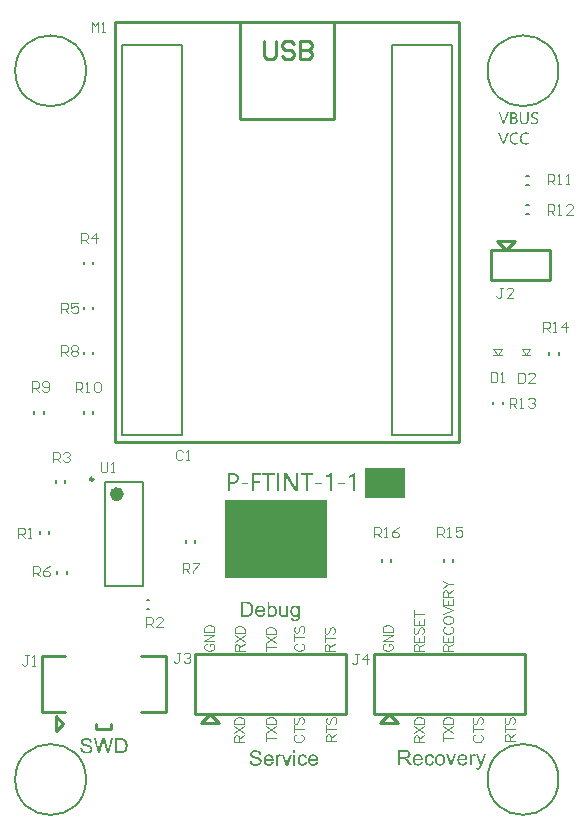
<source format=gto>
G04*
G04 #@! TF.GenerationSoftware,Altium Limited,Altium Designer,19.1.6 (110)*
G04*
G04 Layer_Color=65535*
%FSLAX25Y25*%
%MOIN*%
G70*
G01*
G75*
%ADD10C,0.00787*%
%ADD11C,0.02362*%
%ADD12C,0.00984*%
%ADD13C,0.01000*%
%ADD14C,0.00394*%
%ADD15C,0.00472*%
%ADD16R,0.13386X0.10138*%
%ADD17R,0.34252X0.25984*%
G36*
X178247Y235392D02*
X178296D01*
X178352Y235388D01*
X178412Y235381D01*
X178479Y235377D01*
X178550Y235366D01*
X178625Y235358D01*
X178782Y235328D01*
X178936Y235287D01*
X179010Y235265D01*
X179081Y235235D01*
Y234741D01*
X179078Y234745D01*
X179063Y234752D01*
X179040Y234764D01*
X179007Y234778D01*
X178969Y234797D01*
X178921Y234816D01*
X178868Y234838D01*
X178808Y234861D01*
X178741Y234883D01*
X178670Y234906D01*
X178592Y234924D01*
X178509Y234943D01*
X178427Y234958D01*
X178337Y234969D01*
X178244Y234977D01*
X178150Y234980D01*
X178120D01*
X178083Y234977D01*
X178038Y234973D01*
X177978Y234965D01*
X177911Y234958D01*
X177840Y234943D01*
X177758Y234924D01*
X177672Y234898D01*
X177582Y234868D01*
X177492Y234831D01*
X177399Y234790D01*
X177305Y234737D01*
X177215Y234674D01*
X177129Y234606D01*
X177047Y234524D01*
X177043Y234520D01*
X177028Y234502D01*
X177009Y234479D01*
X176983Y234442D01*
X176950Y234397D01*
X176916Y234341D01*
X176875Y234277D01*
X176838Y234203D01*
X176800Y234120D01*
X176759Y234031D01*
X176725Y233929D01*
X176695Y233825D01*
X176665Y233709D01*
X176647Y233585D01*
X176632Y233454D01*
X176628Y233316D01*
Y233312D01*
Y233309D01*
Y233297D01*
Y233286D01*
X176632Y233245D01*
X176636Y233196D01*
X176639Y233137D01*
X176651Y233066D01*
X176662Y232987D01*
X176677Y232901D01*
X176699Y232811D01*
X176725Y232718D01*
X176755Y232624D01*
X176793Y232527D01*
X176838Y232434D01*
X176890Y232340D01*
X176953Y232250D01*
X177021Y232168D01*
X177024Y232164D01*
X177039Y232149D01*
X177062Y232131D01*
X177092Y232101D01*
X177133Y232071D01*
X177182Y232033D01*
X177234Y231996D01*
X177297Y231955D01*
X177369Y231914D01*
X177447Y231876D01*
X177533Y231839D01*
X177627Y231809D01*
X177724Y231783D01*
X177829Y231760D01*
X177941Y231745D01*
X178057Y231742D01*
X178113D01*
X178158Y231745D01*
X178206Y231749D01*
X178266Y231756D01*
X178333Y231764D01*
X178408Y231775D01*
X178483Y231786D01*
X178565Y231805D01*
X178651Y231828D01*
X178737Y231854D01*
X178827Y231884D01*
X178913Y231917D01*
X178999Y231959D01*
X179081Y232003D01*
Y231558D01*
X179078Y231555D01*
X179063Y231547D01*
X179037Y231536D01*
X179003Y231525D01*
X178962Y231506D01*
X178909Y231487D01*
X178850Y231465D01*
X178782Y231446D01*
X178708Y231424D01*
X178625Y231401D01*
X178535Y231382D01*
X178442Y231368D01*
X178337Y231353D01*
X178229Y231341D01*
X178117Y231334D01*
X177997Y231330D01*
X177960D01*
X177941Y231334D01*
X177915D01*
X177858Y231338D01*
X177787Y231345D01*
X177705Y231360D01*
X177612Y231375D01*
X177514Y231398D01*
X177410Y231427D01*
X177297Y231461D01*
X177185Y231506D01*
X177073Y231558D01*
X176961Y231618D01*
X176852Y231693D01*
X176748Y231775D01*
X176651Y231869D01*
X176647Y231876D01*
X176628Y231895D01*
X176606Y231925D01*
X176572Y231966D01*
X176534Y232022D01*
X176490Y232086D01*
X176445Y232160D01*
X176400Y232246D01*
X176351Y232344D01*
X176306Y232452D01*
X176261Y232568D01*
X176224Y232695D01*
X176190Y232830D01*
X176168Y232972D01*
X176153Y233125D01*
X176146Y233286D01*
Y233290D01*
Y233297D01*
Y233309D01*
Y233327D01*
X176149Y233350D01*
Y233376D01*
X176153Y233410D01*
Y233443D01*
X176164Y233522D01*
X176175Y233615D01*
X176194Y233720D01*
X176217Y233832D01*
X176247Y233952D01*
X176284Y234075D01*
X176329Y234203D01*
X176385Y234330D01*
X176452Y234457D01*
X176527Y234580D01*
X176613Y234700D01*
X176714Y234812D01*
X176722Y234820D01*
X176740Y234838D01*
X176774Y234864D01*
X176815Y234902D01*
X176871Y234947D01*
X176938Y234995D01*
X177017Y235048D01*
X177107Y235104D01*
X177208Y235160D01*
X177316Y235212D01*
X177432Y235261D01*
X177563Y235306D01*
X177698Y235343D01*
X177843Y235369D01*
X177993Y235388D01*
X178154Y235396D01*
X178210D01*
X178247Y235392D01*
D02*
G37*
G36*
X174766D02*
X174814D01*
X174870Y235388D01*
X174930Y235381D01*
X174997Y235377D01*
X175068Y235366D01*
X175143Y235358D01*
X175300Y235328D01*
X175454Y235287D01*
X175529Y235265D01*
X175600Y235235D01*
Y234741D01*
X175596Y234745D01*
X175581Y234752D01*
X175558Y234764D01*
X175525Y234778D01*
X175487Y234797D01*
X175439Y234816D01*
X175386Y234838D01*
X175327Y234861D01*
X175259Y234883D01*
X175188Y234906D01*
X175110Y234924D01*
X175027Y234943D01*
X174945Y234958D01*
X174855Y234969D01*
X174762Y234977D01*
X174668Y234980D01*
X174638D01*
X174601Y234977D01*
X174556Y234973D01*
X174496Y234965D01*
X174429Y234958D01*
X174358Y234943D01*
X174276Y234924D01*
X174190Y234898D01*
X174100Y234868D01*
X174010Y234831D01*
X173916Y234790D01*
X173823Y234737D01*
X173733Y234674D01*
X173647Y234606D01*
X173565Y234524D01*
X173561Y234520D01*
X173546Y234502D01*
X173528Y234479D01*
X173501Y234442D01*
X173468Y234397D01*
X173434Y234341D01*
X173393Y234277D01*
X173355Y234203D01*
X173318Y234120D01*
X173277Y234031D01*
X173243Y233929D01*
X173213Y233825D01*
X173184Y233709D01*
X173165Y233585D01*
X173150Y233454D01*
X173146Y233316D01*
Y233312D01*
Y233309D01*
Y233297D01*
Y233286D01*
X173150Y233245D01*
X173154Y233196D01*
X173157Y233137D01*
X173169Y233066D01*
X173180Y232987D01*
X173195Y232901D01*
X173217Y232811D01*
X173243Y232718D01*
X173273Y232624D01*
X173311Y232527D01*
X173355Y232434D01*
X173408Y232340D01*
X173471Y232250D01*
X173539Y232168D01*
X173542Y232164D01*
X173557Y232149D01*
X173580Y232131D01*
X173610Y232101D01*
X173651Y232071D01*
X173700Y232033D01*
X173752Y231996D01*
X173816Y231955D01*
X173887Y231914D01*
X173965Y231876D01*
X174051Y231839D01*
X174145Y231809D01*
X174242Y231783D01*
X174347Y231760D01*
X174459Y231745D01*
X174575Y231742D01*
X174631D01*
X174676Y231745D01*
X174724Y231749D01*
X174784Y231756D01*
X174852Y231764D01*
X174926Y231775D01*
X175001Y231786D01*
X175083Y231805D01*
X175169Y231828D01*
X175256Y231854D01*
X175345Y231884D01*
X175431Y231917D01*
X175517Y231959D01*
X175600Y232003D01*
Y231558D01*
X175596Y231555D01*
X175581Y231547D01*
X175555Y231536D01*
X175521Y231525D01*
X175480Y231506D01*
X175427Y231487D01*
X175368Y231465D01*
X175300Y231446D01*
X175225Y231424D01*
X175143Y231401D01*
X175054Y231382D01*
X174960Y231368D01*
X174855Y231353D01*
X174747Y231341D01*
X174635Y231334D01*
X174515Y231330D01*
X174478D01*
X174459Y231334D01*
X174433D01*
X174377Y231338D01*
X174305Y231345D01*
X174223Y231360D01*
X174130Y231375D01*
X174032Y231398D01*
X173928Y231427D01*
X173816Y231461D01*
X173703Y231506D01*
X173591Y231558D01*
X173479Y231618D01*
X173371Y231693D01*
X173266Y231775D01*
X173169Y231869D01*
X173165Y231876D01*
X173146Y231895D01*
X173124Y231925D01*
X173090Y231966D01*
X173053Y232022D01*
X173008Y232086D01*
X172963Y232160D01*
X172918Y232246D01*
X172869Y232344D01*
X172825Y232452D01*
X172780Y232568D01*
X172742Y232695D01*
X172708Y232830D01*
X172686Y232972D01*
X172671Y233125D01*
X172664Y233286D01*
Y233290D01*
Y233297D01*
Y233309D01*
Y233327D01*
X172667Y233350D01*
Y233376D01*
X172671Y233410D01*
Y233443D01*
X172682Y233522D01*
X172694Y233615D01*
X172712Y233720D01*
X172735Y233832D01*
X172765Y233952D01*
X172802Y234075D01*
X172847Y234203D01*
X172903Y234330D01*
X172970Y234457D01*
X173045Y234580D01*
X173131Y234700D01*
X173232Y234812D01*
X173240Y234820D01*
X173258Y234838D01*
X173292Y234864D01*
X173333Y234902D01*
X173389Y234947D01*
X173457Y234995D01*
X173535Y235048D01*
X173625Y235104D01*
X173726Y235160D01*
X173834Y235212D01*
X173950Y235261D01*
X174081Y235306D01*
X174216Y235343D01*
X174362Y235369D01*
X174511Y235388D01*
X174672Y235396D01*
X174728D01*
X174766Y235392D01*
D02*
G37*
G36*
X170895Y231394D02*
X170390D01*
X168961Y235332D01*
X169473D01*
X170565Y232209D01*
X170569Y232202D01*
X170573Y232183D01*
X170584Y232149D01*
X170595Y232108D01*
X170607Y232056D01*
X170622Y231996D01*
X170633Y231929D01*
X170644Y231857D01*
X170655D01*
Y231861D01*
Y231865D01*
X170659Y231887D01*
X170667Y231921D01*
X170674Y231962D01*
X170689Y232018D01*
X170704Y232078D01*
X170723Y232142D01*
X170745Y232213D01*
X171856Y235332D01*
X172353D01*
X170895Y231394D01*
D02*
G37*
G36*
X181327Y242122D02*
X181376D01*
X181432Y242118D01*
X181491Y242114D01*
X181555Y242107D01*
X181693Y242092D01*
X181835Y242065D01*
X181903Y242051D01*
X181966Y242032D01*
X182026Y242013D01*
X182079Y241987D01*
Y241467D01*
X182075Y241471D01*
X182064Y241478D01*
X182041Y241489D01*
X182015Y241504D01*
X181981Y241523D01*
X181940Y241546D01*
X181892Y241564D01*
X181835Y241590D01*
X181776Y241613D01*
X181708Y241632D01*
X181633Y241654D01*
X181555Y241673D01*
X181469Y241688D01*
X181379Y241699D01*
X181286Y241706D01*
X181185Y241710D01*
X181129D01*
X181091Y241706D01*
X181046Y241703D01*
X180994Y241695D01*
X180938Y241688D01*
X180882Y241676D01*
X180874D01*
X180856Y241669D01*
X180829Y241662D01*
X180792Y241654D01*
X180751Y241639D01*
X180706Y241620D01*
X180657Y241602D01*
X180613Y241576D01*
X180609Y241572D01*
X180594Y241564D01*
X180571Y241546D01*
X180545Y241527D01*
X180515Y241497D01*
X180482Y241467D01*
X180452Y241430D01*
X180422Y241389D01*
X180418Y241385D01*
X180411Y241370D01*
X180399Y241344D01*
X180384Y241314D01*
X180369Y241272D01*
X180358Y241228D01*
X180351Y241175D01*
X180347Y241115D01*
Y241108D01*
Y241089D01*
X180351Y241063D01*
X180354Y241026D01*
X180362Y240985D01*
X180369Y240943D01*
X180384Y240898D01*
X180403Y240854D01*
X180407Y240850D01*
X180414Y240835D01*
X180426Y240816D01*
X180444Y240786D01*
X180467Y240756D01*
X180497Y240723D01*
X180530Y240689D01*
X180568Y240652D01*
X180571Y240648D01*
X180586Y240637D01*
X180613Y240618D01*
X180642Y240596D01*
X180684Y240569D01*
X180728Y240540D01*
X180781Y240510D01*
X180837Y240476D01*
X180844Y240472D01*
X180863Y240461D01*
X180897Y240446D01*
X180942Y240423D01*
X180994Y240394D01*
X181058Y240364D01*
X181125Y240330D01*
X181200Y240293D01*
X181203D01*
X181211Y240289D01*
X181222Y240281D01*
X181237Y240274D01*
X181278Y240255D01*
X181331Y240225D01*
X181390Y240192D01*
X181458Y240154D01*
X181600Y240072D01*
X181604D01*
X181607Y240068D01*
X181619Y240061D01*
X181633Y240053D01*
X181667Y240027D01*
X181712Y239997D01*
X181764Y239960D01*
X181820Y239915D01*
X181877Y239866D01*
X181933Y239814D01*
X181940Y239806D01*
X181955Y239791D01*
X181985Y239762D01*
X182015Y239724D01*
X182052Y239679D01*
X182090Y239623D01*
X182127Y239567D01*
X182161Y239504D01*
X182165Y239496D01*
X182176Y239474D01*
X182187Y239440D01*
X182206Y239391D01*
X182221Y239335D01*
X182232Y239268D01*
X182243Y239193D01*
X182247Y239115D01*
Y239111D01*
Y239103D01*
Y239088D01*
Y239066D01*
X182243Y239043D01*
X182239Y239014D01*
X182232Y238946D01*
X182217Y238868D01*
X182198Y238785D01*
X182168Y238703D01*
X182131Y238625D01*
Y238621D01*
X182127Y238617D01*
X182120Y238606D01*
X182112Y238591D01*
X182086Y238554D01*
X182052Y238509D01*
X182008Y238456D01*
X181955Y238400D01*
X181892Y238348D01*
X181824Y238296D01*
X181820D01*
X181817Y238292D01*
X181806Y238284D01*
X181791Y238277D01*
X181772Y238266D01*
X181749Y238254D01*
X181697Y238224D01*
X181630Y238194D01*
X181551Y238165D01*
X181469Y238138D01*
X181376Y238116D01*
X181372D01*
X181364Y238112D01*
X181349D01*
X181331Y238108D01*
X181308Y238105D01*
X181282Y238097D01*
X181248Y238093D01*
X181215Y238090D01*
X181136Y238079D01*
X181046Y238067D01*
X180949Y238064D01*
X180844Y238060D01*
X180807D01*
X180781Y238064D01*
X180747D01*
X180706Y238067D01*
X180661Y238071D01*
X180613Y238075D01*
X180605D01*
X180590Y238079D01*
X180564Y238082D01*
X180526Y238086D01*
X180485Y238090D01*
X180437Y238097D01*
X180384Y238108D01*
X180332Y238116D01*
X180324D01*
X180310Y238120D01*
X180280Y238127D01*
X180246Y238135D01*
X180205Y238146D01*
X180160Y238157D01*
X180063Y238183D01*
X180059Y238187D01*
X180040Y238191D01*
X180018Y238202D01*
X179988Y238213D01*
X179921Y238243D01*
X179887Y238262D01*
X179857Y238281D01*
Y238827D01*
X179861Y238823D01*
X179872Y238812D01*
X179894Y238797D01*
X179921Y238774D01*
X179954Y238752D01*
X179992Y238726D01*
X180033Y238699D01*
X180081Y238673D01*
X180089Y238669D01*
X180104Y238662D01*
X180130Y238651D01*
X180164Y238636D01*
X180205Y238617D01*
X180254Y238602D01*
X180302Y238583D01*
X180354Y238565D01*
X180362D01*
X180381Y238557D01*
X180407Y238550D01*
X180444Y238539D01*
X180489Y238527D01*
X180538Y238516D01*
X180646Y238494D01*
X180654D01*
X180672Y238490D01*
X180699Y238486D01*
X180736Y238482D01*
X180777Y238479D01*
X180822Y238475D01*
X180915Y238471D01*
X180957D01*
X180986Y238475D01*
X181020D01*
X181061Y238479D01*
X181106Y238486D01*
X181155Y238490D01*
X181260Y238509D01*
X181364Y238539D01*
X181465Y238576D01*
X181510Y238602D01*
X181551Y238628D01*
X181555Y238632D01*
X181559Y238636D01*
X181585Y238658D01*
X181619Y238696D01*
X181656Y238744D01*
X181693Y238808D01*
X181727Y238886D01*
X181753Y238980D01*
X181757Y239029D01*
X181761Y239085D01*
Y239092D01*
Y239111D01*
X181757Y239141D01*
X181753Y239178D01*
X181742Y239219D01*
X181731Y239268D01*
X181712Y239313D01*
X181690Y239358D01*
X181686Y239361D01*
X181678Y239376D01*
X181663Y239403D01*
X181641Y239429D01*
X181615Y239462D01*
X181581Y239500D01*
X181544Y239537D01*
X181499Y239575D01*
X181495Y239578D01*
X181476Y239590D01*
X181450Y239612D01*
X181417Y239634D01*
X181372Y239664D01*
X181323Y239694D01*
X181267Y239728D01*
X181203Y239762D01*
X181196Y239765D01*
X181174Y239776D01*
X181140Y239795D01*
X181095Y239818D01*
X181043Y239848D01*
X180979Y239881D01*
X180912Y239915D01*
X180841Y239952D01*
X180837D01*
X180833Y239956D01*
X180822Y239964D01*
X180807Y239971D01*
X180766Y239990D01*
X180717Y240020D01*
X180657Y240050D01*
X180590Y240083D01*
X180455Y240162D01*
X180452D01*
X180448Y240165D01*
X180426Y240180D01*
X180392Y240203D01*
X180351Y240233D01*
X180302Y240266D01*
X180250Y240308D01*
X180197Y240353D01*
X180145Y240397D01*
X180138Y240405D01*
X180123Y240420D01*
X180100Y240446D01*
X180070Y240483D01*
X180036Y240525D01*
X180003Y240577D01*
X179969Y240629D01*
X179939Y240689D01*
Y240693D01*
X179936Y240697D01*
X179928Y240719D01*
X179917Y240753D01*
X179902Y240798D01*
X179887Y240857D01*
X179876Y240921D01*
X179868Y240996D01*
X179865Y241074D01*
Y241078D01*
Y241086D01*
Y241101D01*
X179868Y241119D01*
Y241142D01*
X179872Y241172D01*
X179879Y241235D01*
X179894Y241306D01*
X179913Y241385D01*
X179943Y241463D01*
X179980Y241542D01*
Y241546D01*
X179988Y241549D01*
X179992Y241561D01*
X180003Y241576D01*
X180029Y241613D01*
X180063Y241658D01*
X180108Y241710D01*
X180164Y241762D01*
X180224Y241819D01*
X180291Y241867D01*
X180295D01*
X180298Y241875D01*
X180310Y241878D01*
X180324Y241890D01*
X180366Y241912D01*
X180418Y241942D01*
X180482Y241972D01*
X180556Y242006D01*
X180639Y242036D01*
X180728Y242062D01*
X180732D01*
X180740Y242065D01*
X180755Y242069D01*
X180770Y242073D01*
X180792Y242077D01*
X180822Y242080D01*
X180886Y242095D01*
X180960Y242107D01*
X181046Y242114D01*
X181136Y242122D01*
X181233Y242125D01*
X181289D01*
X181327Y242122D01*
D02*
G37*
G36*
X170930Y238123D02*
X170425D01*
X168996Y242062D01*
X169508D01*
X170600Y238939D01*
X170604Y238931D01*
X170608Y238913D01*
X170619Y238879D01*
X170630Y238838D01*
X170642Y238785D01*
X170657Y238726D01*
X170668Y238658D01*
X170679Y238587D01*
X170690D01*
Y238591D01*
Y238595D01*
X170694Y238617D01*
X170702Y238651D01*
X170709Y238692D01*
X170724Y238748D01*
X170739Y238808D01*
X170758Y238872D01*
X170780Y238943D01*
X171891Y242062D01*
X172388D01*
X170930Y238123D01*
D02*
G37*
G36*
X179060Y239713D02*
Y239709D01*
Y239694D01*
Y239672D01*
X179057Y239642D01*
Y239604D01*
X179049Y239560D01*
X179045Y239511D01*
X179038Y239455D01*
X179027Y239395D01*
X179016Y239332D01*
X178982Y239189D01*
X178959Y239115D01*
X178937Y239040D01*
X178907Y238965D01*
X178873Y238886D01*
X178836Y238808D01*
X178795Y238733D01*
X178746Y238658D01*
X178694Y238583D01*
X178638Y238512D01*
X178574Y238445D01*
X178507Y238378D01*
X178428Y238318D01*
X178346Y238262D01*
X178256Y238213D01*
X178163Y238168D01*
X178058Y238131D01*
X177946Y238101D01*
X177826Y238079D01*
X177699Y238064D01*
X177564Y238060D01*
X177531D01*
X177505Y238064D01*
X177471Y238067D01*
X177434Y238071D01*
X177389Y238075D01*
X177340Y238086D01*
X177288Y238097D01*
X177232Y238108D01*
X177112Y238142D01*
X177044Y238168D01*
X176981Y238194D01*
X176914Y238224D01*
X176846Y238258D01*
X176779Y238299D01*
X176712Y238344D01*
X176648Y238393D01*
X176584Y238449D01*
X176521Y238509D01*
X176461Y238576D01*
X176405Y238651D01*
X176353Y238733D01*
X176304Y238819D01*
X176259Y238916D01*
X176222Y239017D01*
X176192Y239126D01*
X176166Y239245D01*
X176143Y239373D01*
X176132Y239507D01*
X176128Y239653D01*
Y242062D01*
X176592D01*
Y239683D01*
Y239679D01*
Y239668D01*
Y239653D01*
X176596Y239631D01*
Y239604D01*
X176600Y239571D01*
X176603Y239533D01*
X176607Y239492D01*
X176622Y239403D01*
X176644Y239301D01*
X176678Y239189D01*
X176719Y239077D01*
X176775Y238965D01*
X176805Y238909D01*
X176843Y238857D01*
X176880Y238804D01*
X176925Y238752D01*
X176970Y238707D01*
X177022Y238662D01*
X177078Y238621D01*
X177138Y238583D01*
X177205Y238550D01*
X177276Y238524D01*
X177351Y238501D01*
X177434Y238486D01*
X177520Y238475D01*
X177613Y238471D01*
X177639D01*
X177654Y238475D01*
X177677D01*
X177703Y238479D01*
X177766Y238490D01*
X177841Y238509D01*
X177927Y238535D01*
X178013Y238568D01*
X178107Y238617D01*
X178152Y238647D01*
X178200Y238681D01*
X178245Y238718D01*
X178290Y238755D01*
X178331Y238800D01*
X178372Y238853D01*
X178410Y238905D01*
X178447Y238965D01*
X178481Y239029D01*
X178511Y239100D01*
X178537Y239174D01*
X178559Y239257D01*
X178578Y239343D01*
X178589Y239436D01*
X178597Y239537D01*
X178600Y239642D01*
Y242062D01*
X179060D01*
Y239713D01*
D02*
G37*
G36*
X174161Y242058D02*
X174202Y242054D01*
X174255Y242047D01*
X174307Y242039D01*
X174370Y242032D01*
X174498Y242002D01*
X174565Y241979D01*
X174632Y241957D01*
X174700Y241927D01*
X174767Y241893D01*
X174827Y241856D01*
X174887Y241811D01*
X174890Y241807D01*
X174898Y241800D01*
X174913Y241785D01*
X174935Y241766D01*
X174958Y241740D01*
X174980Y241710D01*
X175010Y241676D01*
X175036Y241635D01*
X175062Y241590D01*
X175092Y241542D01*
X175115Y241489D01*
X175141Y241430D01*
X175160Y241370D01*
X175174Y241302D01*
X175182Y241235D01*
X175186Y241160D01*
Y241157D01*
Y241145D01*
Y241127D01*
X175182Y241104D01*
Y241074D01*
X175174Y241041D01*
X175171Y241003D01*
X175163Y240962D01*
X175141Y240869D01*
X175107Y240771D01*
X175089Y240723D01*
X175062Y240674D01*
X175036Y240626D01*
X175003Y240577D01*
X174999Y240573D01*
X174995Y240566D01*
X174984Y240554D01*
X174969Y240536D01*
X174950Y240517D01*
X174928Y240495D01*
X174901Y240468D01*
X174872Y240442D01*
X174801Y240382D01*
X174718Y240326D01*
X174617Y240270D01*
X174505Y240225D01*
Y240214D01*
X174509D01*
X174524Y240210D01*
X174542Y240207D01*
X174572Y240203D01*
X174606Y240195D01*
X174644Y240188D01*
X174688Y240173D01*
X174733Y240162D01*
X174834Y240121D01*
X174887Y240098D01*
X174939Y240068D01*
X174995Y240038D01*
X175044Y240001D01*
X175096Y239960D01*
X175141Y239915D01*
X175145Y239911D01*
X175152Y239904D01*
X175163Y239889D01*
X175178Y239870D01*
X175197Y239844D01*
X175216Y239814D01*
X175238Y239776D01*
X175261Y239735D01*
X175283Y239690D01*
X175305Y239642D01*
X175324Y239586D01*
X175343Y239530D01*
X175358Y239466D01*
X175369Y239399D01*
X175376Y239328D01*
X175380Y239253D01*
Y239245D01*
Y239230D01*
X175376Y239204D01*
Y239171D01*
X175369Y239126D01*
X175362Y239077D01*
X175350Y239021D01*
X175335Y238961D01*
X175317Y238898D01*
X175291Y238830D01*
X175264Y238763D01*
X175227Y238696D01*
X175186Y238625D01*
X175137Y238561D01*
X175081Y238494D01*
X175017Y238434D01*
X175014Y238430D01*
X175003Y238419D01*
X174980Y238404D01*
X174954Y238385D01*
X174917Y238363D01*
X174875Y238337D01*
X174823Y238307D01*
X174767Y238281D01*
X174703Y238251D01*
X174636Y238221D01*
X174561Y238194D01*
X174479Y238172D01*
X174393Y238153D01*
X174303Y238138D01*
X174206Y238127D01*
X174105Y238123D01*
X172957D01*
Y242062D01*
X174124D01*
X174161Y242058D01*
D02*
G37*
G36*
X101260Y28650D02*
X100643D01*
Y29361D01*
X101260D01*
Y28650D01*
D02*
G37*
G36*
X88079Y29444D02*
X88130D01*
X88185Y29440D01*
X88248Y29432D01*
X88319Y29424D01*
X88393Y29416D01*
X88472Y29405D01*
X88641Y29373D01*
X88810Y29326D01*
X88893Y29298D01*
X88975Y29267D01*
X88979Y29263D01*
X88995Y29259D01*
X89014Y29247D01*
X89046Y29232D01*
X89081Y29216D01*
X89124Y29192D01*
X89168Y29165D01*
X89219Y29133D01*
X89270Y29098D01*
X89325Y29059D01*
X89380Y29011D01*
X89431Y28964D01*
X89486Y28913D01*
X89537Y28858D01*
X89588Y28795D01*
X89631Y28732D01*
X89635Y28729D01*
X89643Y28717D01*
X89655Y28697D01*
X89667Y28670D01*
X89686Y28638D01*
X89706Y28599D01*
X89726Y28552D01*
X89749Y28504D01*
X89773Y28446D01*
X89796Y28387D01*
X89816Y28320D01*
X89836Y28253D01*
X89867Y28104D01*
X89875Y28025D01*
X89883Y27942D01*
X89242Y27895D01*
Y27899D01*
X89238Y27915D01*
X89234Y27942D01*
X89231Y27974D01*
X89219Y28013D01*
X89211Y28060D01*
X89195Y28108D01*
X89179Y28163D01*
X89156Y28222D01*
X89132Y28280D01*
X89105Y28339D01*
X89069Y28398D01*
X89034Y28457D01*
X88991Y28512D01*
X88944Y28567D01*
X88889Y28615D01*
X88885Y28618D01*
X88877Y28626D01*
X88857Y28638D01*
X88834Y28654D01*
X88802Y28673D01*
X88763Y28693D01*
X88720Y28717D01*
X88669Y28740D01*
X88610Y28760D01*
X88547Y28784D01*
X88472Y28803D01*
X88393Y28823D01*
X88311Y28839D01*
X88217Y28850D01*
X88118Y28858D01*
X88012Y28862D01*
X87953D01*
X87914Y28858D01*
X87863Y28854D01*
X87808Y28850D01*
X87741Y28842D01*
X87674Y28835D01*
X87529Y28807D01*
X87458Y28791D01*
X87383Y28768D01*
X87313Y28740D01*
X87246Y28713D01*
X87183Y28677D01*
X87128Y28638D01*
X87124Y28634D01*
X87116Y28626D01*
X87104Y28615D01*
X87085Y28599D01*
X87065Y28575D01*
X87041Y28552D01*
X87018Y28520D01*
X86990Y28489D01*
X86939Y28410D01*
X86896Y28320D01*
X86876Y28269D01*
X86865Y28218D01*
X86857Y28163D01*
X86853Y28104D01*
Y28100D01*
Y28092D01*
Y28076D01*
X86857Y28060D01*
X86861Y28037D01*
X86865Y28009D01*
X86876Y27946D01*
X86900Y27876D01*
X86935Y27801D01*
X86955Y27762D01*
X86983Y27726D01*
X87010Y27691D01*
X87045Y27656D01*
X87049D01*
X87057Y27648D01*
X87069Y27640D01*
X87089Y27624D01*
X87116Y27608D01*
X87151Y27589D01*
X87195Y27569D01*
X87246Y27546D01*
X87309Y27518D01*
X87379Y27491D01*
X87462Y27459D01*
X87556Y27428D01*
X87659Y27396D01*
X87780Y27361D01*
X87910Y27329D01*
X88055Y27294D01*
X88059D01*
X88063Y27290D01*
X88075D01*
X88091Y27286D01*
X88134Y27274D01*
X88189Y27263D01*
X88252Y27247D01*
X88331Y27227D01*
X88413Y27208D01*
X88499Y27184D01*
X88684Y27133D01*
X88779Y27109D01*
X88869Y27082D01*
X88955Y27054D01*
X89038Y27027D01*
X89109Y26999D01*
X89172Y26972D01*
X89175Y26968D01*
X89191Y26964D01*
X89215Y26952D01*
X89242Y26936D01*
X89282Y26917D01*
X89321Y26893D01*
X89368Y26866D01*
X89419Y26834D01*
X89525Y26760D01*
X89631Y26673D01*
X89733Y26571D01*
X89777Y26520D01*
X89820Y26461D01*
X89824Y26457D01*
X89828Y26445D01*
X89840Y26430D01*
X89851Y26406D01*
X89871Y26378D01*
X89887Y26343D01*
X89907Y26300D01*
X89926Y26256D01*
X89946Y26206D01*
X89965Y26150D01*
X89985Y26092D01*
X90001Y26029D01*
X90024Y25891D01*
X90028Y25816D01*
X90032Y25742D01*
Y25738D01*
Y25722D01*
Y25702D01*
X90028Y25675D01*
X90024Y25640D01*
X90020Y25596D01*
X90013Y25549D01*
X90005Y25498D01*
X89993Y25439D01*
X89977Y25380D01*
X89958Y25317D01*
X89934Y25254D01*
X89907Y25188D01*
X89879Y25117D01*
X89840Y25050D01*
X89800Y24983D01*
X89796Y24979D01*
X89789Y24968D01*
X89777Y24948D01*
X89757Y24924D01*
X89733Y24897D01*
X89706Y24861D01*
X89671Y24822D01*
X89631Y24783D01*
X89584Y24740D01*
X89537Y24692D01*
X89482Y24649D01*
X89423Y24602D01*
X89356Y24559D01*
X89289Y24512D01*
X89215Y24472D01*
X89136Y24433D01*
X89132Y24429D01*
X89117Y24425D01*
X89093Y24413D01*
X89061Y24402D01*
X89022Y24386D01*
X88971Y24370D01*
X88916Y24354D01*
X88853Y24335D01*
X88786Y24315D01*
X88712Y24299D01*
X88633Y24284D01*
X88547Y24268D01*
X88460Y24256D01*
X88366Y24244D01*
X88268Y24240D01*
X88169Y24237D01*
X88103D01*
X88055Y24240D01*
X87997Y24244D01*
X87930Y24248D01*
X87851Y24252D01*
X87769Y24260D01*
X87682Y24272D01*
X87588Y24284D01*
X87395Y24319D01*
X87301Y24343D01*
X87203Y24370D01*
X87112Y24398D01*
X87022Y24433D01*
X87018Y24437D01*
X87002Y24441D01*
X86979Y24453D01*
X86947Y24472D01*
X86908Y24492D01*
X86861Y24520D01*
X86813Y24547D01*
X86759Y24582D01*
X86703Y24622D01*
X86645Y24669D01*
X86582Y24716D01*
X86523Y24771D01*
X86464Y24830D01*
X86405Y24893D01*
X86350Y24964D01*
X86299Y25034D01*
X86295Y25038D01*
X86287Y25054D01*
X86275Y25074D01*
X86259Y25105D01*
X86236Y25144D01*
X86216Y25188D01*
X86193Y25239D01*
X86165Y25298D01*
X86142Y25364D01*
X86114Y25431D01*
X86094Y25506D01*
X86071Y25589D01*
X86055Y25671D01*
X86039Y25757D01*
X86027Y25848D01*
X86024Y25942D01*
X86652Y25997D01*
Y25993D01*
X86656Y25982D01*
Y25962D01*
X86660Y25934D01*
X86668Y25903D01*
X86676Y25864D01*
X86684Y25820D01*
X86696Y25777D01*
X86723Y25679D01*
X86759Y25573D01*
X86802Y25471D01*
X86857Y25372D01*
X86861Y25368D01*
X86865Y25361D01*
X86873Y25349D01*
X86888Y25333D01*
X86904Y25309D01*
X86927Y25286D01*
X86951Y25262D01*
X86983Y25231D01*
X87014Y25199D01*
X87053Y25168D01*
X87097Y25137D01*
X87140Y25105D01*
X87191Y25070D01*
X87246Y25038D01*
X87301Y25007D01*
X87364Y24979D01*
X87368D01*
X87379Y24971D01*
X87399Y24968D01*
X87423Y24956D01*
X87458Y24944D01*
X87497Y24932D01*
X87541Y24920D01*
X87592Y24905D01*
X87647Y24889D01*
X87706Y24877D01*
X87769Y24865D01*
X87835Y24854D01*
X87981Y24838D01*
X88138Y24830D01*
X88201D01*
X88236Y24834D01*
X88275Y24838D01*
X88319D01*
X88366Y24846D01*
X88468Y24858D01*
X88582Y24877D01*
X88696Y24905D01*
X88810Y24944D01*
X88814D01*
X88822Y24948D01*
X88837Y24956D01*
X88857Y24964D01*
X88885Y24975D01*
X88912Y24991D01*
X88975Y25027D01*
X89046Y25070D01*
X89121Y25125D01*
X89187Y25184D01*
X89246Y25254D01*
Y25258D01*
X89254Y25262D01*
X89258Y25274D01*
X89270Y25290D01*
X89293Y25329D01*
X89321Y25384D01*
X89345Y25447D01*
X89368Y25522D01*
X89384Y25600D01*
X89392Y25687D01*
Y25691D01*
Y25699D01*
Y25710D01*
X89388Y25726D01*
X89384Y25769D01*
X89376Y25828D01*
X89356Y25891D01*
X89333Y25962D01*
X89297Y26033D01*
X89250Y26099D01*
Y26103D01*
X89242Y26107D01*
X89223Y26131D01*
X89191Y26162D01*
X89140Y26202D01*
X89077Y26249D01*
X89042Y26276D01*
X88999Y26300D01*
X88955Y26327D01*
X88904Y26351D01*
X88853Y26375D01*
X88794Y26398D01*
X88790D01*
X88783Y26402D01*
X88771Y26406D01*
X88751Y26414D01*
X88727Y26422D01*
X88696Y26433D01*
X88653Y26445D01*
X88606Y26457D01*
X88551Y26473D01*
X88488Y26492D01*
X88413Y26512D01*
X88331Y26536D01*
X88240Y26559D01*
X88138Y26583D01*
X88024Y26610D01*
X87898Y26642D01*
X87890Y26646D01*
X87867Y26649D01*
X87831Y26657D01*
X87784Y26669D01*
X87729Y26685D01*
X87662Y26705D01*
X87592Y26724D01*
X87517Y26744D01*
X87356Y26795D01*
X87195Y26846D01*
X87116Y26874D01*
X87045Y26905D01*
X86983Y26932D01*
X86924Y26960D01*
X86920Y26964D01*
X86908Y26968D01*
X86888Y26980D01*
X86865Y26995D01*
X86833Y27011D01*
X86802Y27035D01*
X86719Y27090D01*
X86633Y27156D01*
X86542Y27235D01*
X86460Y27329D01*
X86421Y27377D01*
X86385Y27428D01*
Y27432D01*
X86377Y27439D01*
X86370Y27455D01*
X86358Y27479D01*
X86346Y27502D01*
X86330Y27534D01*
X86314Y27573D01*
X86299Y27612D01*
X86283Y27656D01*
X86267Y27707D01*
X86240Y27813D01*
X86220Y27931D01*
X86216Y27994D01*
X86212Y28056D01*
Y28060D01*
Y28072D01*
Y28096D01*
X86216Y28123D01*
X86220Y28155D01*
X86224Y28194D01*
X86232Y28241D01*
X86240Y28288D01*
X86263Y28398D01*
X86303Y28516D01*
X86330Y28579D01*
X86358Y28642D01*
X86389Y28705D01*
X86428Y28768D01*
X86432Y28772D01*
X86440Y28784D01*
X86452Y28799D01*
X86468Y28823D01*
X86491Y28850D01*
X86519Y28882D01*
X86550Y28917D01*
X86589Y28956D01*
X86633Y28996D01*
X86680Y29039D01*
X86731Y29082D01*
X86786Y29122D01*
X86849Y29165D01*
X86916Y29204D01*
X86987Y29239D01*
X87061Y29275D01*
X87065Y29279D01*
X87081Y29283D01*
X87104Y29291D01*
X87136Y29302D01*
X87175Y29314D01*
X87218Y29330D01*
X87273Y29346D01*
X87332Y29361D01*
X87399Y29377D01*
X87470Y29393D01*
X87545Y29408D01*
X87627Y29420D01*
X87710Y29432D01*
X87800Y29440D01*
X87890Y29448D01*
X88040D01*
X88079Y29444D01*
D02*
G37*
G36*
X96171Y28053D02*
X96198Y28049D01*
X96230Y28045D01*
X96269Y28041D01*
X96312Y28033D01*
X96407Y28009D01*
X96517Y27974D01*
X96572Y27950D01*
X96631Y27923D01*
X96694Y27891D01*
X96753Y27856D01*
X96532Y27282D01*
X96529D01*
X96521Y27286D01*
X96509Y27294D01*
X96493Y27302D01*
X96473Y27314D01*
X96450Y27325D01*
X96391Y27349D01*
X96324Y27373D01*
X96246Y27396D01*
X96167Y27412D01*
X96080Y27416D01*
X96045D01*
X96010Y27408D01*
X95959Y27400D01*
X95904Y27384D01*
X95845Y27365D01*
X95782Y27333D01*
X95719Y27290D01*
X95711Y27286D01*
X95691Y27267D01*
X95664Y27239D01*
X95628Y27204D01*
X95593Y27153D01*
X95554Y27098D01*
X95518Y27031D01*
X95491Y26952D01*
Y26948D01*
X95487Y26936D01*
X95483Y26921D01*
X95475Y26893D01*
X95467Y26866D01*
X95460Y26826D01*
X95448Y26787D01*
X95440Y26740D01*
X95432Y26689D01*
X95420Y26630D01*
X95404Y26508D01*
X95393Y26375D01*
X95389Y26233D01*
Y24323D01*
X94772D01*
Y27974D01*
X95326D01*
Y27416D01*
X95330Y27420D01*
X95334Y27432D01*
X95346Y27451D01*
X95361Y27479D01*
X95381Y27510D01*
X95404Y27546D01*
X95456Y27628D01*
X95515Y27715D01*
X95581Y27797D01*
X95617Y27836D01*
X95652Y27872D01*
X95684Y27903D01*
X95719Y27931D01*
X95723D01*
X95727Y27935D01*
X95750Y27950D01*
X95786Y27970D01*
X95837Y27994D01*
X95896Y28017D01*
X95963Y28037D01*
X96037Y28053D01*
X96116Y28056D01*
X96147D01*
X96171Y28053D01*
D02*
G37*
G36*
X103771D02*
X103823Y28049D01*
X103882Y28041D01*
X103944Y28033D01*
X104019Y28017D01*
X104094Y28001D01*
X104172Y27982D01*
X104251Y27958D01*
X104333Y27931D01*
X104416Y27895D01*
X104495Y27852D01*
X104569Y27809D01*
X104644Y27754D01*
X104648Y27750D01*
X104660Y27738D01*
X104679Y27722D01*
X104703Y27699D01*
X104734Y27667D01*
X104770Y27628D01*
X104805Y27585D01*
X104848Y27534D01*
X104888Y27475D01*
X104927Y27412D01*
X104970Y27341D01*
X105009Y27267D01*
X105045Y27184D01*
X105080Y27098D01*
X105108Y27003D01*
X105131Y26901D01*
X104530Y26807D01*
Y26811D01*
X104526Y26823D01*
X104522Y26842D01*
X104514Y26866D01*
X104502Y26897D01*
X104491Y26932D01*
X104459Y27015D01*
X104416Y27105D01*
X104365Y27196D01*
X104298Y27282D01*
X104263Y27325D01*
X104224Y27361D01*
X104219Y27365D01*
X104216Y27369D01*
X104200Y27377D01*
X104184Y27392D01*
X104165Y27404D01*
X104137Y27420D01*
X104110Y27439D01*
X104078Y27455D01*
X103999Y27491D01*
X103909Y27522D01*
X103807Y27542D01*
X103756Y27546D01*
X103697Y27549D01*
X103677D01*
X103654Y27546D01*
X103618D01*
X103579Y27538D01*
X103536Y27530D01*
X103485Y27522D01*
X103430Y27506D01*
X103371Y27491D01*
X103308Y27467D01*
X103245Y27439D01*
X103182Y27408D01*
X103119Y27369D01*
X103060Y27322D01*
X102997Y27270D01*
X102942Y27211D01*
X102938Y27208D01*
X102930Y27196D01*
X102915Y27176D01*
X102895Y27149D01*
X102875Y27113D01*
X102852Y27066D01*
X102824Y27015D01*
X102797Y26952D01*
X102769Y26885D01*
X102742Y26807D01*
X102718Y26720D01*
X102699Y26622D01*
X102679Y26520D01*
X102663Y26406D01*
X102655Y26284D01*
X102651Y26150D01*
Y26147D01*
Y26143D01*
Y26119D01*
Y26080D01*
X102655Y26029D01*
X102659Y25970D01*
X102667Y25899D01*
X102675Y25820D01*
X102687Y25738D01*
X102702Y25651D01*
X102718Y25565D01*
X102742Y25475D01*
X102769Y25388D01*
X102801Y25302D01*
X102840Y25219D01*
X102883Y25144D01*
X102930Y25078D01*
X102934Y25074D01*
X102942Y25062D01*
X102958Y25046D01*
X102982Y25027D01*
X103009Y25003D01*
X103044Y24971D01*
X103084Y24944D01*
X103127Y24913D01*
X103178Y24881D01*
X103233Y24854D01*
X103296Y24826D01*
X103359Y24799D01*
X103430Y24779D01*
X103504Y24763D01*
X103583Y24751D01*
X103665Y24747D01*
X103701D01*
X103724Y24751D01*
X103756Y24755D01*
X103791Y24759D01*
X103834Y24767D01*
X103878Y24775D01*
X103972Y24802D01*
X104074Y24842D01*
X104125Y24865D01*
X104176Y24897D01*
X104224Y24928D01*
X104271Y24968D01*
X104274Y24971D01*
X104282Y24979D01*
X104294Y24991D01*
X104310Y25011D01*
X104330Y25034D01*
X104353Y25062D01*
X104377Y25097D01*
X104400Y25137D01*
X104428Y25184D01*
X104455Y25235D01*
X104479Y25290D01*
X104506Y25353D01*
X104526Y25423D01*
X104550Y25494D01*
X104565Y25573D01*
X104581Y25659D01*
X105190Y25577D01*
Y25569D01*
X105186Y25549D01*
X105178Y25518D01*
X105167Y25475D01*
X105155Y25420D01*
X105135Y25361D01*
X105116Y25290D01*
X105088Y25219D01*
X105057Y25140D01*
X105021Y25062D01*
X104978Y24979D01*
X104931Y24897D01*
X104876Y24818D01*
X104817Y24740D01*
X104750Y24665D01*
X104675Y24594D01*
X104672Y24590D01*
X104656Y24578D01*
X104632Y24563D01*
X104601Y24539D01*
X104561Y24512D01*
X104514Y24484D01*
X104459Y24449D01*
X104396Y24417D01*
X104326Y24386D01*
X104251Y24354D01*
X104168Y24323D01*
X104078Y24295D01*
X103984Y24272D01*
X103885Y24256D01*
X103779Y24244D01*
X103669Y24240D01*
X103638D01*
X103599Y24244D01*
X103548Y24248D01*
X103481Y24256D01*
X103410Y24268D01*
X103327Y24280D01*
X103241Y24303D01*
X103147Y24327D01*
X103048Y24358D01*
X102946Y24398D01*
X102848Y24445D01*
X102746Y24504D01*
X102647Y24567D01*
X102557Y24641D01*
X102467Y24728D01*
X102463Y24732D01*
X102447Y24751D01*
X102424Y24779D01*
X102396Y24818D01*
X102361Y24869D01*
X102325Y24932D01*
X102282Y25003D01*
X102243Y25089D01*
X102199Y25184D01*
X102156Y25286D01*
X102121Y25404D01*
X102085Y25530D01*
X102058Y25663D01*
X102034Y25813D01*
X102019Y25970D01*
X102015Y26135D01*
Y26143D01*
Y26162D01*
Y26194D01*
X102019Y26233D01*
X102023Y26284D01*
X102027Y26343D01*
X102031Y26414D01*
X102038Y26485D01*
X102050Y26563D01*
X102062Y26646D01*
X102097Y26818D01*
X102117Y26909D01*
X102145Y26995D01*
X102172Y27082D01*
X102207Y27168D01*
X102211Y27172D01*
X102215Y27188D01*
X102227Y27211D01*
X102243Y27243D01*
X102266Y27278D01*
X102290Y27322D01*
X102321Y27369D01*
X102357Y27420D01*
X102396Y27471D01*
X102439Y27526D01*
X102490Y27581D01*
X102541Y27636D01*
X102600Y27691D01*
X102663Y27742D01*
X102734Y27789D01*
X102805Y27832D01*
X102809Y27836D01*
X102824Y27840D01*
X102844Y27852D01*
X102875Y27868D01*
X102911Y27884D01*
X102958Y27903D01*
X103005Y27923D01*
X103064Y27946D01*
X103127Y27966D01*
X103194Y27986D01*
X103264Y28005D01*
X103339Y28021D01*
X103418Y28037D01*
X103500Y28049D01*
X103587Y28053D01*
X103673Y28056D01*
X103732D01*
X103771Y28053D01*
D02*
G37*
G36*
X98710Y24323D02*
X98132D01*
X96749Y27974D01*
X97401D01*
X98183Y25785D01*
Y25781D01*
X98187Y25769D01*
X98195Y25750D01*
X98203Y25722D01*
X98215Y25691D01*
X98230Y25651D01*
X98242Y25608D01*
X98258Y25561D01*
X98277Y25506D01*
X98293Y25451D01*
X98332Y25325D01*
X98376Y25192D01*
X98415Y25050D01*
Y25054D01*
X98419Y25062D01*
X98423Y25078D01*
X98431Y25101D01*
X98439Y25129D01*
X98450Y25164D01*
X98462Y25199D01*
X98474Y25247D01*
X98490Y25294D01*
X98509Y25345D01*
X98529Y25404D01*
X98549Y25467D01*
X98596Y25600D01*
X98647Y25746D01*
X99456Y27974D01*
X100093D01*
X98710Y24323D01*
D02*
G37*
G36*
X101260D02*
X100643D01*
Y27974D01*
X101260D01*
Y24323D01*
D02*
G37*
G36*
X107289Y28053D02*
X107340Y28049D01*
X107403Y28041D01*
X107474Y28029D01*
X107556Y28013D01*
X107643Y27994D01*
X107733Y27966D01*
X107831Y27935D01*
X107929Y27895D01*
X108032Y27844D01*
X108130Y27789D01*
X108228Y27722D01*
X108322Y27644D01*
X108413Y27557D01*
X108417Y27553D01*
X108432Y27534D01*
X108456Y27506D01*
X108487Y27467D01*
X108523Y27416D01*
X108562Y27353D01*
X108601Y27278D01*
X108649Y27196D01*
X108692Y27101D01*
X108731Y26995D01*
X108771Y26881D01*
X108806Y26756D01*
X108837Y26618D01*
X108861Y26473D01*
X108877Y26319D01*
X108880Y26154D01*
Y26150D01*
Y26143D01*
Y26131D01*
Y26115D01*
Y26092D01*
Y26060D01*
X108877Y26029D01*
Y25989D01*
X106153D01*
Y25982D01*
X106157Y25962D01*
Y25930D01*
X106165Y25891D01*
X106169Y25840D01*
X106181Y25781D01*
X106192Y25718D01*
X106208Y25647D01*
X106228Y25573D01*
X106251Y25498D01*
X106279Y25420D01*
X106310Y25345D01*
X106346Y25270D01*
X106389Y25195D01*
X106436Y25129D01*
X106491Y25066D01*
X106495Y25062D01*
X106507Y25054D01*
X106523Y25038D01*
X106546Y25015D01*
X106578Y24991D01*
X106613Y24964D01*
X106656Y24936D01*
X106703Y24909D01*
X106754Y24877D01*
X106813Y24850D01*
X106876Y24822D01*
X106943Y24799D01*
X107018Y24779D01*
X107092Y24763D01*
X107175Y24751D01*
X107257Y24747D01*
X107289D01*
X107312Y24751D01*
X107344D01*
X107375Y24755D01*
X107415Y24763D01*
X107458Y24771D01*
X107548Y24791D01*
X107643Y24822D01*
X107741Y24865D01*
X107788Y24893D01*
X107835Y24924D01*
X107839Y24928D01*
X107847Y24932D01*
X107859Y24944D01*
X107874Y24960D01*
X107898Y24979D01*
X107922Y25003D01*
X107945Y25030D01*
X107977Y25066D01*
X108004Y25101D01*
X108036Y25144D01*
X108067Y25192D01*
X108102Y25243D01*
X108134Y25302D01*
X108161Y25364D01*
X108193Y25431D01*
X108220Y25502D01*
X108857Y25420D01*
Y25412D01*
X108849Y25396D01*
X108841Y25364D01*
X108826Y25325D01*
X108810Y25278D01*
X108790Y25227D01*
X108763Y25164D01*
X108731Y25101D01*
X108696Y25030D01*
X108657Y24960D01*
X108609Y24889D01*
X108558Y24814D01*
X108503Y24744D01*
X108440Y24673D01*
X108373Y24610D01*
X108299Y24547D01*
X108295Y24543D01*
X108279Y24535D01*
X108256Y24520D01*
X108224Y24500D01*
X108185Y24476D01*
X108138Y24449D01*
X108079Y24421D01*
X108016Y24394D01*
X107941Y24366D01*
X107863Y24339D01*
X107780Y24311D01*
X107686Y24288D01*
X107588Y24268D01*
X107481Y24252D01*
X107371Y24244D01*
X107254Y24240D01*
X107218D01*
X107175Y24244D01*
X107120Y24248D01*
X107053Y24256D01*
X106974Y24268D01*
X106888Y24280D01*
X106794Y24303D01*
X106695Y24327D01*
X106593Y24362D01*
X106487Y24402D01*
X106381Y24449D01*
X106275Y24504D01*
X106173Y24571D01*
X106075Y24645D01*
X105984Y24732D01*
X105980Y24740D01*
X105964Y24755D01*
X105941Y24783D01*
X105909Y24822D01*
X105874Y24873D01*
X105835Y24936D01*
X105796Y25007D01*
X105752Y25089D01*
X105705Y25184D01*
X105666Y25286D01*
X105626Y25400D01*
X105591Y25526D01*
X105560Y25659D01*
X105536Y25801D01*
X105520Y25954D01*
X105516Y26115D01*
Y26119D01*
Y26127D01*
Y26139D01*
Y26154D01*
Y26178D01*
X105520Y26206D01*
Y26233D01*
X105524Y26268D01*
X105532Y26343D01*
X105540Y26433D01*
X105556Y26532D01*
X105575Y26642D01*
X105599Y26752D01*
X105630Y26870D01*
X105670Y26987D01*
X105717Y27109D01*
X105768Y27227D01*
X105831Y27337D01*
X105905Y27447D01*
X105988Y27546D01*
X105992Y27549D01*
X106012Y27569D01*
X106035Y27593D01*
X106075Y27624D01*
X106122Y27663D01*
X106177Y27707D01*
X106244Y27754D01*
X106322Y27801D01*
X106405Y27848D01*
X106499Y27895D01*
X106597Y27939D01*
X106707Y27978D01*
X106825Y28009D01*
X106947Y28033D01*
X107081Y28053D01*
X107218Y28056D01*
X107249D01*
X107289Y28053D01*
D02*
G37*
G36*
X92434D02*
X92484Y28049D01*
X92547Y28041D01*
X92618Y28029D01*
X92701Y28013D01*
X92787Y27994D01*
X92878Y27966D01*
X92976Y27935D01*
X93074Y27895D01*
X93176Y27844D01*
X93274Y27789D01*
X93373Y27722D01*
X93467Y27644D01*
X93557Y27557D01*
X93561Y27553D01*
X93577Y27534D01*
X93601Y27506D01*
X93632Y27467D01*
X93668Y27416D01*
X93707Y27353D01*
X93746Y27278D01*
X93793Y27196D01*
X93836Y27101D01*
X93876Y26995D01*
X93915Y26881D01*
X93950Y26756D01*
X93982Y26618D01*
X94005Y26473D01*
X94021Y26319D01*
X94025Y26154D01*
Y26150D01*
Y26143D01*
Y26131D01*
Y26115D01*
Y26092D01*
Y26060D01*
X94021Y26029D01*
Y25989D01*
X91298D01*
Y25982D01*
X91302Y25962D01*
Y25930D01*
X91309Y25891D01*
X91313Y25840D01*
X91325Y25781D01*
X91337Y25718D01*
X91353Y25647D01*
X91372Y25573D01*
X91396Y25498D01*
X91423Y25420D01*
X91455Y25345D01*
X91490Y25270D01*
X91533Y25195D01*
X91581Y25129D01*
X91636Y25066D01*
X91640Y25062D01*
X91651Y25054D01*
X91667Y25038D01*
X91691Y25015D01*
X91722Y24991D01*
X91758Y24964D01*
X91801Y24936D01*
X91848Y24909D01*
X91899Y24877D01*
X91958Y24850D01*
X92021Y24822D01*
X92088Y24799D01*
X92162Y24779D01*
X92237Y24763D01*
X92320Y24751D01*
X92402Y24747D01*
X92434D01*
X92457Y24751D01*
X92488D01*
X92520Y24755D01*
X92559Y24763D01*
X92602Y24771D01*
X92693Y24791D01*
X92787Y24822D01*
X92885Y24865D01*
X92933Y24893D01*
X92980Y24924D01*
X92984Y24928D01*
X92992Y24932D01*
X93003Y24944D01*
X93019Y24960D01*
X93043Y24979D01*
X93066Y25003D01*
X93090Y25030D01*
X93121Y25066D01*
X93149Y25101D01*
X93180Y25144D01*
X93212Y25192D01*
X93247Y25243D01*
X93278Y25302D01*
X93306Y25364D01*
X93337Y25431D01*
X93365Y25502D01*
X94002Y25420D01*
Y25412D01*
X93994Y25396D01*
X93986Y25364D01*
X93970Y25325D01*
X93954Y25278D01*
X93935Y25227D01*
X93907Y25164D01*
X93876Y25101D01*
X93840Y25030D01*
X93801Y24960D01*
X93754Y24889D01*
X93703Y24814D01*
X93648Y24744D01*
X93585Y24673D01*
X93518Y24610D01*
X93444Y24547D01*
X93440Y24543D01*
X93424Y24535D01*
X93400Y24520D01*
X93369Y24500D01*
X93330Y24476D01*
X93282Y24449D01*
X93223Y24421D01*
X93160Y24394D01*
X93086Y24366D01*
X93007Y24339D01*
X92925Y24311D01*
X92830Y24288D01*
X92732Y24268D01*
X92626Y24252D01*
X92516Y24244D01*
X92398Y24240D01*
X92363D01*
X92320Y24244D01*
X92264Y24248D01*
X92198Y24256D01*
X92119Y24268D01*
X92033Y24280D01*
X91938Y24303D01*
X91840Y24327D01*
X91738Y24362D01*
X91632Y24402D01*
X91526Y24449D01*
X91420Y24504D01*
X91317Y24571D01*
X91219Y24645D01*
X91129Y24732D01*
X91125Y24740D01*
X91109Y24755D01*
X91085Y24783D01*
X91054Y24822D01*
X91019Y24873D01*
X90979Y24936D01*
X90940Y25007D01*
X90897Y25089D01*
X90850Y25184D01*
X90810Y25286D01*
X90771Y25400D01*
X90736Y25526D01*
X90704Y25659D01*
X90681Y25801D01*
X90665Y25954D01*
X90661Y26115D01*
Y26119D01*
Y26127D01*
Y26139D01*
Y26154D01*
Y26178D01*
X90665Y26206D01*
Y26233D01*
X90669Y26268D01*
X90677Y26343D01*
X90685Y26433D01*
X90700Y26532D01*
X90720Y26642D01*
X90744Y26752D01*
X90775Y26870D01*
X90814Y26987D01*
X90861Y27109D01*
X90912Y27227D01*
X90975Y27337D01*
X91050Y27447D01*
X91133Y27546D01*
X91136Y27549D01*
X91156Y27569D01*
X91180Y27593D01*
X91219Y27624D01*
X91266Y27663D01*
X91321Y27707D01*
X91388Y27754D01*
X91467Y27801D01*
X91549Y27848D01*
X91644Y27895D01*
X91742Y27939D01*
X91852Y27978D01*
X91970Y28009D01*
X92092Y28033D01*
X92225Y28053D01*
X92363Y28056D01*
X92394D01*
X92434Y28053D01*
D02*
G37*
G36*
X31681Y33549D02*
X31732D01*
X31787Y33544D01*
X31850Y33537D01*
X31921Y33529D01*
X31996Y33521D01*
X32074Y33509D01*
X32243Y33478D01*
X32412Y33431D01*
X32495Y33403D01*
X32577Y33372D01*
X32581Y33368D01*
X32597Y33364D01*
X32617Y33352D01*
X32648Y33336D01*
X32684Y33321D01*
X32727Y33297D01*
X32770Y33269D01*
X32821Y33238D01*
X32872Y33203D01*
X32927Y33163D01*
X32982Y33116D01*
X33033Y33069D01*
X33088Y33018D01*
X33139Y32963D01*
X33191Y32900D01*
X33234Y32837D01*
X33238Y32833D01*
X33246Y32821D01*
X33257Y32802D01*
X33269Y32774D01*
X33289Y32743D01*
X33308Y32704D01*
X33328Y32656D01*
X33352Y32609D01*
X33375Y32550D01*
X33399Y32491D01*
X33418Y32425D01*
X33438Y32358D01*
X33470Y32208D01*
X33477Y32130D01*
X33485Y32047D01*
X32845Y32000D01*
Y32004D01*
X32841Y32020D01*
X32837Y32047D01*
X32833Y32079D01*
X32821Y32118D01*
X32813Y32165D01*
X32798Y32212D01*
X32782Y32267D01*
X32758Y32326D01*
X32735Y32385D01*
X32707Y32444D01*
X32672Y32503D01*
X32636Y32562D01*
X32593Y32617D01*
X32546Y32672D01*
X32491Y32719D01*
X32487Y32723D01*
X32479Y32731D01*
X32460Y32743D01*
X32436Y32759D01*
X32405Y32778D01*
X32365Y32798D01*
X32322Y32821D01*
X32271Y32845D01*
X32212Y32865D01*
X32149Y32888D01*
X32074Y32908D01*
X31996Y32928D01*
X31913Y32943D01*
X31819Y32955D01*
X31721Y32963D01*
X31615Y32967D01*
X31556D01*
X31516Y32963D01*
X31465Y32959D01*
X31410Y32955D01*
X31343Y32947D01*
X31277Y32939D01*
X31131Y32912D01*
X31060Y32896D01*
X30986Y32873D01*
X30915Y32845D01*
X30848Y32818D01*
X30785Y32782D01*
X30730Y32743D01*
X30726Y32739D01*
X30718Y32731D01*
X30707Y32719D01*
X30687Y32704D01*
X30667Y32680D01*
X30644Y32656D01*
X30620Y32625D01*
X30593Y32594D01*
X30542Y32515D01*
X30498Y32425D01*
X30479Y32373D01*
X30467Y32322D01*
X30459Y32267D01*
X30455Y32208D01*
Y32204D01*
Y32197D01*
Y32181D01*
X30459Y32165D01*
X30463Y32142D01*
X30467Y32114D01*
X30479Y32051D01*
X30502Y31980D01*
X30538Y31906D01*
X30557Y31866D01*
X30585Y31831D01*
X30612Y31796D01*
X30648Y31760D01*
X30652D01*
X30660Y31752D01*
X30671Y31745D01*
X30691Y31729D01*
X30718Y31713D01*
X30754Y31694D01*
X30797Y31674D01*
X30848Y31650D01*
X30911Y31623D01*
X30982Y31595D01*
X31064Y31564D01*
X31159Y31532D01*
X31261Y31501D01*
X31383Y31466D01*
X31512Y31434D01*
X31658Y31399D01*
X31662D01*
X31666Y31395D01*
X31677D01*
X31693Y31391D01*
X31736Y31379D01*
X31791Y31367D01*
X31854Y31352D01*
X31933Y31332D01*
X32015Y31312D01*
X32102Y31289D01*
X32287Y31238D01*
X32381Y31214D01*
X32471Y31187D01*
X32558Y31159D01*
X32640Y31132D01*
X32711Y31104D01*
X32774Y31076D01*
X32778Y31073D01*
X32794Y31069D01*
X32817Y31057D01*
X32845Y31041D01*
X32884Y31021D01*
X32923Y30998D01*
X32970Y30970D01*
X33022Y30939D01*
X33128Y30864D01*
X33234Y30778D01*
X33336Y30676D01*
X33379Y30624D01*
X33422Y30566D01*
X33426Y30562D01*
X33430Y30550D01*
X33442Y30534D01*
X33454Y30511D01*
X33474Y30483D01*
X33489Y30448D01*
X33509Y30404D01*
X33529Y30361D01*
X33548Y30310D01*
X33568Y30255D01*
X33587Y30196D01*
X33603Y30133D01*
X33627Y29996D01*
X33631Y29921D01*
X33635Y29846D01*
Y29842D01*
Y29827D01*
Y29807D01*
X33631Y29780D01*
X33627Y29744D01*
X33623Y29701D01*
X33615Y29654D01*
X33607Y29603D01*
X33595Y29544D01*
X33580Y29485D01*
X33560Y29422D01*
X33536Y29359D01*
X33509Y29292D01*
X33481Y29221D01*
X33442Y29155D01*
X33403Y29088D01*
X33399Y29084D01*
X33391Y29072D01*
X33379Y29053D01*
X33360Y29029D01*
X33336Y29002D01*
X33308Y28966D01*
X33273Y28927D01*
X33234Y28888D01*
X33187Y28844D01*
X33139Y28797D01*
X33084Y28754D01*
X33025Y28707D01*
X32959Y28664D01*
X32892Y28616D01*
X32817Y28577D01*
X32739Y28538D01*
X32735Y28534D01*
X32719Y28530D01*
X32695Y28518D01*
X32664Y28506D01*
X32625Y28491D01*
X32574Y28475D01*
X32519Y28459D01*
X32456Y28440D01*
X32389Y28420D01*
X32314Y28404D01*
X32236Y28388D01*
X32149Y28373D01*
X32063Y28361D01*
X31968Y28349D01*
X31870Y28345D01*
X31772Y28341D01*
X31705D01*
X31658Y28345D01*
X31599Y28349D01*
X31532Y28353D01*
X31453Y28357D01*
X31371Y28365D01*
X31284Y28377D01*
X31190Y28388D01*
X30998Y28424D01*
X30903Y28447D01*
X30805Y28475D01*
X30715Y28502D01*
X30624Y28538D01*
X30620Y28542D01*
X30605Y28546D01*
X30581Y28557D01*
X30549Y28577D01*
X30510Y28597D01*
X30463Y28624D01*
X30416Y28652D01*
X30361Y28687D01*
X30306Y28726D01*
X30247Y28773D01*
X30184Y28821D01*
X30125Y28876D01*
X30066Y28935D01*
X30007Y28997D01*
X29952Y29068D01*
X29901Y29139D01*
X29897Y29143D01*
X29889Y29159D01*
X29877Y29178D01*
X29862Y29210D01*
X29838Y29249D01*
X29818Y29292D01*
X29795Y29343D01*
X29768Y29402D01*
X29744Y29469D01*
X29716Y29536D01*
X29697Y29611D01*
X29673Y29693D01*
X29657Y29776D01*
X29642Y29862D01*
X29630Y29952D01*
X29626Y30047D01*
X30255Y30102D01*
Y30098D01*
X30259Y30086D01*
Y30066D01*
X30263Y30039D01*
X30270Y30007D01*
X30278Y29968D01*
X30286Y29925D01*
X30298Y29882D01*
X30325Y29783D01*
X30361Y29677D01*
X30404Y29575D01*
X30459Y29477D01*
X30463Y29473D01*
X30467Y29465D01*
X30475Y29453D01*
X30491Y29438D01*
X30506Y29414D01*
X30530Y29390D01*
X30553Y29367D01*
X30585Y29335D01*
X30616Y29304D01*
X30656Y29273D01*
X30699Y29241D01*
X30742Y29210D01*
X30793Y29174D01*
X30848Y29143D01*
X30903Y29111D01*
X30966Y29084D01*
X30970D01*
X30982Y29076D01*
X31001Y29072D01*
X31025Y29060D01*
X31060Y29049D01*
X31100Y29037D01*
X31143Y29025D01*
X31194Y29009D01*
X31249Y28994D01*
X31308Y28982D01*
X31371Y28970D01*
X31438Y28958D01*
X31583Y28942D01*
X31740Y28935D01*
X31803D01*
X31839Y28939D01*
X31878Y28942D01*
X31921D01*
X31968Y28950D01*
X32070Y28962D01*
X32184Y28982D01*
X32298Y29009D01*
X32412Y29049D01*
X32416D01*
X32424Y29053D01*
X32440Y29060D01*
X32460Y29068D01*
X32487Y29080D01*
X32515Y29096D01*
X32577Y29131D01*
X32648Y29174D01*
X32723Y29229D01*
X32790Y29288D01*
X32849Y29359D01*
Y29363D01*
X32856Y29367D01*
X32860Y29379D01*
X32872Y29395D01*
X32896Y29434D01*
X32923Y29489D01*
X32947Y29552D01*
X32970Y29626D01*
X32986Y29705D01*
X32994Y29791D01*
Y29795D01*
Y29803D01*
Y29815D01*
X32990Y29831D01*
X32986Y29874D01*
X32978Y29933D01*
X32959Y29996D01*
X32935Y30066D01*
X32900Y30137D01*
X32853Y30204D01*
Y30208D01*
X32845Y30212D01*
X32825Y30235D01*
X32794Y30267D01*
X32743Y30306D01*
X32680Y30353D01*
X32644Y30381D01*
X32601Y30404D01*
X32558Y30432D01*
X32507Y30456D01*
X32456Y30479D01*
X32397Y30503D01*
X32393D01*
X32385Y30507D01*
X32373Y30511D01*
X32353Y30518D01*
X32330Y30526D01*
X32298Y30538D01*
X32255Y30550D01*
X32208Y30562D01*
X32153Y30577D01*
X32090Y30597D01*
X32015Y30617D01*
X31933Y30640D01*
X31842Y30664D01*
X31740Y30687D01*
X31626Y30715D01*
X31501Y30746D01*
X31493Y30750D01*
X31469Y30754D01*
X31434Y30762D01*
X31387Y30774D01*
X31332Y30790D01*
X31265Y30809D01*
X31194Y30829D01*
X31119Y30849D01*
X30958Y30900D01*
X30797Y30951D01*
X30718Y30978D01*
X30648Y31010D01*
X30585Y31037D01*
X30526Y31065D01*
X30522Y31069D01*
X30510Y31073D01*
X30491Y31084D01*
X30467Y31100D01*
X30436Y31116D01*
X30404Y31139D01*
X30322Y31194D01*
X30235Y31261D01*
X30145Y31340D01*
X30062Y31434D01*
X30023Y31481D01*
X29987Y31532D01*
Y31536D01*
X29980Y31544D01*
X29972Y31560D01*
X29960Y31583D01*
X29948Y31607D01*
X29932Y31639D01*
X29917Y31678D01*
X29901Y31717D01*
X29885Y31760D01*
X29870Y31811D01*
X29842Y31918D01*
X29822Y32035D01*
X29818Y32098D01*
X29815Y32161D01*
Y32165D01*
Y32177D01*
Y32201D01*
X29818Y32228D01*
X29822Y32259D01*
X29826Y32299D01*
X29834Y32346D01*
X29842Y32393D01*
X29866Y32503D01*
X29905Y32621D01*
X29932Y32684D01*
X29960Y32747D01*
X29991Y32810D01*
X30031Y32873D01*
X30035Y32876D01*
X30043Y32888D01*
X30054Y32904D01*
X30070Y32928D01*
X30094Y32955D01*
X30121Y32987D01*
X30153Y33022D01*
X30192Y33061D01*
X30235Y33101D01*
X30282Y33144D01*
X30333Y33187D01*
X30388Y33226D01*
X30451Y33269D01*
X30518Y33309D01*
X30589Y33344D01*
X30663Y33380D01*
X30667Y33383D01*
X30683Y33387D01*
X30707Y33395D01*
X30738Y33407D01*
X30777Y33419D01*
X30821Y33435D01*
X30876Y33450D01*
X30935Y33466D01*
X31001Y33482D01*
X31072Y33497D01*
X31147Y33513D01*
X31229Y33525D01*
X31312Y33537D01*
X31402Y33544D01*
X31493Y33552D01*
X31642D01*
X31681Y33549D01*
D02*
G37*
G36*
X39188Y28428D02*
X38539D01*
X37482Y32263D01*
Y32267D01*
X37478Y32283D01*
X37470Y32307D01*
X37462Y32342D01*
X37451Y32377D01*
X37439Y32421D01*
X37411Y32519D01*
X37384Y32621D01*
X37356Y32715D01*
X37345Y32759D01*
X37337Y32798D01*
X37329Y32833D01*
X37321Y32857D01*
Y32853D01*
X37317Y32841D01*
X37313Y32821D01*
X37305Y32798D01*
X37301Y32766D01*
X37290Y32735D01*
X37282Y32696D01*
X37270Y32652D01*
X37250Y32558D01*
X37223Y32460D01*
X37199Y32358D01*
X37172Y32263D01*
X36110Y28428D01*
X35423D01*
X34091Y33466D01*
X34770D01*
X35541Y30161D01*
Y30157D01*
X35545Y30137D01*
X35552Y30110D01*
X35560Y30070D01*
X35572Y30023D01*
X35584Y29968D01*
X35600Y29905D01*
X35615Y29838D01*
X35631Y29764D01*
X35647Y29681D01*
X35666Y29595D01*
X35682Y29508D01*
X35717Y29324D01*
X35753Y29131D01*
Y29135D01*
X35757Y29139D01*
Y29151D01*
X35761Y29166D01*
X35772Y29206D01*
X35784Y29261D01*
X35800Y29324D01*
X35816Y29395D01*
X35835Y29469D01*
X35855Y29548D01*
X35890Y29713D01*
X35910Y29791D01*
X35930Y29862D01*
X35945Y29929D01*
X35957Y29984D01*
X35969Y30027D01*
X35973Y30047D01*
X35977Y30059D01*
X36936Y33466D01*
X37741D01*
X38461Y30911D01*
Y30907D01*
X38465Y30900D01*
X38469Y30888D01*
X38472Y30868D01*
X38480Y30845D01*
X38488Y30817D01*
X38496Y30786D01*
X38504Y30750D01*
X38516Y30711D01*
X38527Y30668D01*
X38551Y30569D01*
X38579Y30456D01*
X38610Y30334D01*
X38641Y30200D01*
X38673Y30063D01*
X38708Y29913D01*
X38740Y29760D01*
X38802Y29445D01*
X38854Y29131D01*
Y29135D01*
X38857Y29155D01*
X38865Y29178D01*
X38873Y29214D01*
X38881Y29261D01*
X38893Y29316D01*
X38905Y29375D01*
X38920Y29445D01*
X38940Y29524D01*
X38960Y29607D01*
X38979Y29697D01*
X39003Y29791D01*
X39026Y29894D01*
X39050Y30000D01*
X39078Y30110D01*
X39105Y30224D01*
X39895Y33466D01*
X40567D01*
X39188Y28428D01*
D02*
G37*
G36*
X43063Y33462D02*
X43122D01*
X43185Y33458D01*
X43251D01*
X43397Y33446D01*
X43546Y33435D01*
X43617Y33427D01*
X43687Y33415D01*
X43754Y33403D01*
X43813Y33391D01*
X43817D01*
X43833Y33387D01*
X43856Y33380D01*
X43888Y33372D01*
X43923Y33360D01*
X43967Y33348D01*
X44018Y33328D01*
X44069Y33309D01*
X44187Y33262D01*
X44309Y33199D01*
X44434Y33120D01*
X44552Y33030D01*
X44556Y33026D01*
X44572Y33014D01*
X44591Y32994D01*
X44619Y32971D01*
X44650Y32935D01*
X44690Y32896D01*
X44733Y32849D01*
X44776Y32798D01*
X44823Y32739D01*
X44874Y32672D01*
X44925Y32601D01*
X44973Y32527D01*
X45020Y32444D01*
X45067Y32358D01*
X45110Y32267D01*
X45149Y32169D01*
X45153Y32161D01*
X45157Y32146D01*
X45169Y32118D01*
X45181Y32079D01*
X45197Y32028D01*
X45212Y31969D01*
X45232Y31902D01*
X45252Y31823D01*
X45267Y31741D01*
X45287Y31646D01*
X45303Y31548D01*
X45318Y31446D01*
X45330Y31336D01*
X45342Y31218D01*
X45346Y31100D01*
X45350Y30974D01*
Y30966D01*
Y30947D01*
Y30919D01*
X45346Y30876D01*
Y30825D01*
X45342Y30770D01*
X45338Y30703D01*
X45334Y30628D01*
X45326Y30554D01*
X45314Y30471D01*
X45291Y30298D01*
X45259Y30125D01*
X45212Y29952D01*
Y29949D01*
X45204Y29933D01*
X45201Y29909D01*
X45189Y29878D01*
X45177Y29842D01*
X45157Y29799D01*
X45142Y29748D01*
X45118Y29697D01*
X45071Y29579D01*
X45012Y29457D01*
X44945Y29335D01*
X44870Y29221D01*
X44866Y29218D01*
X44863Y29210D01*
X44851Y29194D01*
X44835Y29174D01*
X44815Y29151D01*
X44792Y29119D01*
X44737Y29057D01*
X44666Y28982D01*
X44587Y28903D01*
X44501Y28828D01*
X44411Y28762D01*
X44407D01*
X44399Y28754D01*
X44387Y28746D01*
X44367Y28734D01*
X44344Y28722D01*
X44312Y28707D01*
X44281Y28687D01*
X44242Y28667D01*
X44202Y28648D01*
X44155Y28628D01*
X44053Y28585D01*
X43935Y28546D01*
X43809Y28510D01*
X43805D01*
X43794Y28506D01*
X43774Y28502D01*
X43747Y28498D01*
X43715Y28491D01*
X43672Y28483D01*
X43629Y28475D01*
X43578Y28471D01*
X43518Y28463D01*
X43456Y28455D01*
X43389Y28447D01*
X43318Y28440D01*
X43165Y28432D01*
X43000Y28428D01*
X41184D01*
Y33466D01*
X43016D01*
X43063Y33462D01*
D02*
G37*
G36*
X98850Y73917D02*
X98300D01*
Y74448D01*
X98296Y74440D01*
X98280Y74420D01*
X98256Y74393D01*
X98221Y74353D01*
X98178Y74306D01*
X98127Y74255D01*
X98064Y74200D01*
X97993Y74141D01*
X97914Y74082D01*
X97828Y74027D01*
X97734Y73976D01*
X97628Y73929D01*
X97518Y73890D01*
X97396Y73862D01*
X97270Y73843D01*
X97136Y73835D01*
X97105D01*
X97081Y73839D01*
X97054D01*
X97018Y73843D01*
X96983Y73847D01*
X96940Y73851D01*
X96846Y73866D01*
X96743Y73886D01*
X96637Y73917D01*
X96531Y73957D01*
X96527D01*
X96519Y73961D01*
X96504Y73968D01*
X96484Y73980D01*
X96460Y73992D01*
X96437Y74004D01*
X96374Y74043D01*
X96307Y74086D01*
X96236Y74137D01*
X96174Y74200D01*
X96114Y74267D01*
Y74271D01*
X96111Y74275D01*
X96103Y74287D01*
X96095Y74303D01*
X96071Y74342D01*
X96040Y74397D01*
X96008Y74464D01*
X95977Y74542D01*
X95950Y74629D01*
X95926Y74727D01*
Y74731D01*
Y74735D01*
X95922Y74747D01*
Y74762D01*
X95918Y74782D01*
X95914Y74805D01*
X95910Y74833D01*
Y74868D01*
X95906Y74904D01*
X95902Y74947D01*
X95898Y74994D01*
X95894Y75045D01*
Y75104D01*
X95890Y75167D01*
Y75234D01*
Y75305D01*
Y77568D01*
X96508D01*
Y75540D01*
Y75537D01*
Y75521D01*
Y75493D01*
Y75462D01*
Y75423D01*
X96512Y75379D01*
Y75328D01*
Y75277D01*
X96515Y75167D01*
X96523Y75061D01*
X96527Y75010D01*
X96531Y74963D01*
X96535Y74923D01*
X96543Y74888D01*
Y74884D01*
X96547Y74876D01*
X96551Y74864D01*
X96555Y74849D01*
X96570Y74802D01*
X96598Y74747D01*
X96629Y74684D01*
X96673Y74621D01*
X96728Y74558D01*
X96790Y74503D01*
X96794D01*
X96798Y74499D01*
X96810Y74491D01*
X96826Y74483D01*
X96865Y74460D01*
X96920Y74436D01*
X96987Y74409D01*
X97066Y74389D01*
X97160Y74373D01*
X97258Y74365D01*
X97286D01*
X97305Y74369D01*
X97329D01*
X97360Y74373D01*
X97427Y74385D01*
X97510Y74401D01*
X97596Y74424D01*
X97690Y74460D01*
X97781Y74507D01*
X97785D01*
X97793Y74515D01*
X97804Y74523D01*
X97820Y74534D01*
X97863Y74566D01*
X97918Y74609D01*
X97973Y74664D01*
X98032Y74731D01*
X98087Y74805D01*
X98131Y74892D01*
Y74896D01*
X98135Y74904D01*
X98138Y74919D01*
X98146Y74939D01*
X98154Y74963D01*
X98162Y74994D01*
X98174Y75033D01*
X98182Y75073D01*
X98190Y75124D01*
X98201Y75175D01*
X98209Y75234D01*
X98217Y75297D01*
X98225Y75367D01*
X98229Y75442D01*
X98233Y75521D01*
Y75607D01*
Y77568D01*
X98850D01*
Y73917D01*
D02*
G37*
G36*
X84949Y78952D02*
X85008D01*
X85071Y78948D01*
X85138D01*
X85283Y78936D01*
X85433Y78924D01*
X85504Y78916D01*
X85574Y78904D01*
X85641Y78893D01*
X85700Y78881D01*
X85704D01*
X85720Y78877D01*
X85743Y78869D01*
X85775Y78861D01*
X85810Y78850D01*
X85853Y78838D01*
X85904Y78818D01*
X85956Y78798D01*
X86073Y78751D01*
X86195Y78688D01*
X86321Y78610D01*
X86439Y78519D01*
X86443Y78515D01*
X86458Y78504D01*
X86478Y78484D01*
X86506Y78460D01*
X86537Y78425D01*
X86576Y78386D01*
X86620Y78339D01*
X86663Y78288D01*
X86710Y78228D01*
X86761Y78162D01*
X86812Y78091D01*
X86859Y78016D01*
X86907Y77934D01*
X86954Y77847D01*
X86997Y77757D01*
X87036Y77659D01*
X87040Y77651D01*
X87044Y77635D01*
X87056Y77608D01*
X87068Y77568D01*
X87083Y77517D01*
X87099Y77458D01*
X87119Y77391D01*
X87138Y77313D01*
X87154Y77230D01*
X87174Y77136D01*
X87190Y77038D01*
X87205Y76936D01*
X87217Y76825D01*
X87229Y76708D01*
X87233Y76590D01*
X87237Y76464D01*
Y76456D01*
Y76437D01*
Y76409D01*
X87233Y76366D01*
Y76315D01*
X87229Y76260D01*
X87225Y76193D01*
X87221Y76118D01*
X87213Y76043D01*
X87201Y75961D01*
X87178Y75788D01*
X87146Y75615D01*
X87099Y75442D01*
Y75438D01*
X87091Y75423D01*
X87087Y75399D01*
X87076Y75367D01*
X87064Y75332D01*
X87044Y75289D01*
X87028Y75238D01*
X87005Y75187D01*
X86958Y75069D01*
X86899Y74947D01*
X86832Y74825D01*
X86757Y74711D01*
X86753Y74707D01*
X86749Y74699D01*
X86738Y74684D01*
X86722Y74664D01*
X86702Y74640D01*
X86679Y74609D01*
X86624Y74546D01*
X86553Y74471D01*
X86474Y74393D01*
X86388Y74318D01*
X86297Y74251D01*
X86294D01*
X86286Y74243D01*
X86274Y74236D01*
X86254Y74224D01*
X86231Y74212D01*
X86199Y74196D01*
X86168Y74177D01*
X86128Y74157D01*
X86089Y74137D01*
X86042Y74118D01*
X85940Y74075D01*
X85822Y74035D01*
X85696Y74000D01*
X85692D01*
X85680Y73996D01*
X85661Y73992D01*
X85633Y73988D01*
X85602Y73980D01*
X85559Y73972D01*
X85515Y73965D01*
X85464Y73961D01*
X85405Y73953D01*
X85342Y73945D01*
X85276Y73937D01*
X85205Y73929D01*
X85052Y73921D01*
X84886Y73917D01*
X83071D01*
Y78956D01*
X84902D01*
X84949Y78952D01*
D02*
G37*
G36*
X92601Y77160D02*
X92605Y77163D01*
X92621Y77179D01*
X92640Y77207D01*
X92672Y77238D01*
X92711Y77273D01*
X92758Y77317D01*
X92809Y77360D01*
X92872Y77407D01*
X92939Y77450D01*
X93018Y77494D01*
X93096Y77537D01*
X93187Y77576D01*
X93281Y77604D01*
X93383Y77631D01*
X93489Y77647D01*
X93599Y77651D01*
X93631D01*
X93658Y77647D01*
X93686D01*
X93721Y77643D01*
X93761Y77639D01*
X93808Y77635D01*
X93902Y77615D01*
X94012Y77592D01*
X94122Y77560D01*
X94236Y77513D01*
X94240D01*
X94248Y77505D01*
X94263Y77498D01*
X94287Y77490D01*
X94311Y77474D01*
X94342Y77458D01*
X94413Y77415D01*
X94491Y77360D01*
X94574Y77293D01*
X94656Y77215D01*
X94731Y77128D01*
X94735Y77124D01*
X94739Y77116D01*
X94751Y77105D01*
X94763Y77085D01*
X94778Y77061D01*
X94798Y77034D01*
X94822Y76998D01*
X94845Y76963D01*
X94869Y76924D01*
X94892Y76877D01*
X94943Y76778D01*
X94994Y76664D01*
X95038Y76539D01*
Y76535D01*
X95042Y76523D01*
X95050Y76503D01*
X95053Y76480D01*
X95065Y76448D01*
X95073Y76409D01*
X95081Y76366D01*
X95093Y76315D01*
X95104Y76263D01*
X95112Y76205D01*
X95132Y76079D01*
X95144Y75941D01*
X95148Y75796D01*
Y75792D01*
Y75784D01*
Y75772D01*
Y75757D01*
Y75733D01*
X95144Y75705D01*
Y75674D01*
X95140Y75643D01*
X95132Y75564D01*
X95124Y75474D01*
X95108Y75371D01*
X95089Y75261D01*
X95065Y75147D01*
X95034Y75029D01*
X94998Y74908D01*
X94951Y74790D01*
X94900Y74668D01*
X94837Y74554D01*
X94766Y74448D01*
X94684Y74346D01*
X94680Y74342D01*
X94664Y74322D01*
X94637Y74299D01*
X94602Y74267D01*
X94558Y74228D01*
X94503Y74185D01*
X94440Y74137D01*
X94370Y74090D01*
X94291Y74043D01*
X94209Y73996D01*
X94114Y73953D01*
X94016Y73913D01*
X93914Y73882D01*
X93804Y73858D01*
X93690Y73839D01*
X93568Y73835D01*
X93540D01*
X93505Y73839D01*
X93462Y73843D01*
X93407Y73851D01*
X93344Y73862D01*
X93277Y73878D01*
X93199Y73902D01*
X93120Y73929D01*
X93037Y73965D01*
X92955Y74008D01*
X92868Y74059D01*
X92786Y74122D01*
X92707Y74192D01*
X92629Y74275D01*
X92558Y74369D01*
Y73917D01*
X91984D01*
Y78956D01*
X92601D01*
Y77160D01*
D02*
G37*
G36*
X89642Y77647D02*
X89693Y77643D01*
X89756Y77635D01*
X89827Y77623D01*
X89909Y77608D01*
X89995Y77588D01*
X90086Y77560D01*
X90184Y77529D01*
X90282Y77490D01*
X90385Y77439D01*
X90483Y77384D01*
X90581Y77317D01*
X90675Y77238D01*
X90766Y77152D01*
X90770Y77148D01*
X90785Y77128D01*
X90809Y77101D01*
X90841Y77061D01*
X90876Y77010D01*
X90915Y76947D01*
X90954Y76873D01*
X91002Y76790D01*
X91045Y76696D01*
X91084Y76590D01*
X91123Y76476D01*
X91159Y76350D01*
X91190Y76212D01*
X91214Y76067D01*
X91229Y75914D01*
X91233Y75749D01*
Y75745D01*
Y75737D01*
Y75725D01*
Y75709D01*
Y75686D01*
Y75654D01*
X91229Y75623D01*
Y75584D01*
X88506D01*
Y75576D01*
X88510Y75556D01*
Y75525D01*
X88518Y75485D01*
X88522Y75434D01*
X88534Y75375D01*
X88545Y75313D01*
X88561Y75242D01*
X88581Y75167D01*
X88604Y75092D01*
X88632Y75014D01*
X88663Y74939D01*
X88699Y74864D01*
X88742Y74790D01*
X88789Y74723D01*
X88844Y74660D01*
X88848Y74656D01*
X88860Y74648D01*
X88876Y74633D01*
X88899Y74609D01*
X88930Y74585D01*
X88966Y74558D01*
X89009Y74530D01*
X89056Y74503D01*
X89107Y74471D01*
X89166Y74444D01*
X89229Y74416D01*
X89296Y74393D01*
X89371Y74373D01*
X89445Y74357D01*
X89528Y74346D01*
X89610Y74342D01*
X89642D01*
X89665Y74346D01*
X89697D01*
X89728Y74350D01*
X89768Y74357D01*
X89811Y74365D01*
X89901Y74385D01*
X89995Y74416D01*
X90094Y74460D01*
X90141Y74487D01*
X90188Y74519D01*
X90192Y74523D01*
X90200Y74527D01*
X90212Y74538D01*
X90227Y74554D01*
X90251Y74574D01*
X90275Y74597D01*
X90298Y74625D01*
X90330Y74660D01*
X90357Y74695D01*
X90389Y74739D01*
X90420Y74786D01*
X90455Y74837D01*
X90487Y74896D01*
X90514Y74959D01*
X90546Y75026D01*
X90573Y75096D01*
X91210Y75014D01*
Y75006D01*
X91202Y74990D01*
X91194Y74959D01*
X91179Y74919D01*
X91163Y74872D01*
X91143Y74821D01*
X91116Y74758D01*
X91084Y74695D01*
X91049Y74625D01*
X91009Y74554D01*
X90962Y74483D01*
X90911Y74409D01*
X90856Y74338D01*
X90793Y74267D01*
X90727Y74204D01*
X90652Y74141D01*
X90648Y74137D01*
X90632Y74129D01*
X90609Y74114D01*
X90577Y74094D01*
X90538Y74071D01*
X90491Y74043D01*
X90432Y74016D01*
X90369Y73988D01*
X90294Y73961D01*
X90216Y73933D01*
X90133Y73905D01*
X90039Y73882D01*
X89941Y73862D01*
X89834Y73847D01*
X89724Y73839D01*
X89606Y73835D01*
X89571D01*
X89528Y73839D01*
X89473Y73843D01*
X89406Y73851D01*
X89327Y73862D01*
X89241Y73874D01*
X89147Y73898D01*
X89048Y73921D01*
X88946Y73957D01*
X88840Y73996D01*
X88734Y74043D01*
X88628Y74098D01*
X88526Y74165D01*
X88428Y74240D01*
X88337Y74326D01*
X88333Y74334D01*
X88317Y74350D01*
X88294Y74377D01*
X88262Y74416D01*
X88227Y74467D01*
X88188Y74530D01*
X88148Y74601D01*
X88105Y74684D01*
X88058Y74778D01*
X88019Y74880D01*
X87979Y74994D01*
X87944Y75120D01*
X87913Y75253D01*
X87889Y75395D01*
X87873Y75548D01*
X87869Y75709D01*
Y75713D01*
Y75721D01*
Y75733D01*
Y75749D01*
Y75772D01*
X87873Y75800D01*
Y75827D01*
X87877Y75863D01*
X87885Y75937D01*
X87893Y76028D01*
X87909Y76126D01*
X87928Y76236D01*
X87952Y76346D01*
X87983Y76464D01*
X88023Y76582D01*
X88070Y76704D01*
X88121Y76822D01*
X88184Y76932D01*
X88258Y77042D01*
X88341Y77140D01*
X88345Y77144D01*
X88365Y77163D01*
X88388Y77187D01*
X88428Y77219D01*
X88475Y77258D01*
X88530Y77301D01*
X88596Y77348D01*
X88675Y77395D01*
X88758Y77443D01*
X88852Y77490D01*
X88950Y77533D01*
X89060Y77572D01*
X89178Y77604D01*
X89300Y77627D01*
X89433Y77647D01*
X89571Y77651D01*
X89603D01*
X89642Y77647D01*
D02*
G37*
G36*
X101224D02*
X101267Y77643D01*
X101322Y77635D01*
X101389Y77623D01*
X101459Y77608D01*
X101534Y77584D01*
X101617Y77557D01*
X101703Y77525D01*
X101793Y77482D01*
X101884Y77431D01*
X101970Y77372D01*
X102061Y77301D01*
X102143Y77219D01*
X102226Y77128D01*
Y77568D01*
X102796D01*
Y74409D01*
Y74405D01*
Y74401D01*
Y74389D01*
Y74373D01*
Y74353D01*
Y74330D01*
X102792Y74271D01*
Y74200D01*
X102788Y74122D01*
X102780Y74035D01*
X102772Y73941D01*
X102764Y73843D01*
X102752Y73744D01*
X102721Y73544D01*
X102701Y73450D01*
X102678Y73359D01*
X102650Y73277D01*
X102619Y73206D01*
Y73202D01*
X102611Y73190D01*
X102599Y73171D01*
X102587Y73147D01*
X102568Y73116D01*
X102544Y73080D01*
X102516Y73045D01*
X102485Y73002D01*
X102450Y72958D01*
X102410Y72911D01*
X102363Y72864D01*
X102312Y72817D01*
X102261Y72774D01*
X102202Y72727D01*
X102135Y72683D01*
X102068Y72644D01*
X102065Y72640D01*
X102053Y72636D01*
X102029Y72624D01*
X102002Y72613D01*
X101966Y72597D01*
X101923Y72577D01*
X101872Y72557D01*
X101813Y72542D01*
X101750Y72522D01*
X101679Y72502D01*
X101605Y72483D01*
X101522Y72467D01*
X101436Y72455D01*
X101341Y72444D01*
X101247Y72440D01*
X101145Y72436D01*
X101117D01*
X101082Y72440D01*
X101035D01*
X100980Y72444D01*
X100917Y72451D01*
X100846Y72459D01*
X100768Y72471D01*
X100685Y72487D01*
X100599Y72506D01*
X100512Y72530D01*
X100426Y72562D01*
X100335Y72593D01*
X100249Y72632D01*
X100166Y72679D01*
X100088Y72730D01*
X100084Y72734D01*
X100072Y72746D01*
X100052Y72762D01*
X100025Y72786D01*
X99993Y72817D01*
X99962Y72856D01*
X99927Y72900D01*
X99891Y72951D01*
X99852Y73010D01*
X99817Y73076D01*
X99785Y73147D01*
X99758Y73230D01*
X99734Y73316D01*
X99714Y73406D01*
X99703Y73509D01*
Y73615D01*
X100304Y73524D01*
Y73520D01*
X100308Y73513D01*
Y73497D01*
X100312Y73481D01*
X100316Y73457D01*
X100324Y73430D01*
X100343Y73371D01*
X100371Y73304D01*
X100406Y73237D01*
X100453Y73175D01*
X100512Y73119D01*
X100516D01*
X100524Y73112D01*
X100536Y73104D01*
X100555Y73092D01*
X100579Y73080D01*
X100607Y73065D01*
X100638Y73049D01*
X100677Y73033D01*
X100721Y73017D01*
X100768Y73002D01*
X100819Y72986D01*
X100874Y72974D01*
X100937Y72962D01*
X100999Y72954D01*
X101070Y72951D01*
X101141Y72947D01*
X101180D01*
X101212Y72951D01*
X101247D01*
X101290Y72954D01*
X101334Y72962D01*
X101385Y72970D01*
X101491Y72990D01*
X101601Y73021D01*
X101707Y73065D01*
X101754Y73088D01*
X101801Y73119D01*
X101805Y73124D01*
X101813Y73127D01*
X101825Y73139D01*
X101840Y73151D01*
X101880Y73190D01*
X101931Y73245D01*
X101982Y73312D01*
X102037Y73395D01*
X102084Y73493D01*
X102120Y73603D01*
Y73607D01*
X102123Y73611D01*
Y73623D01*
X102127Y73642D01*
X102131Y73666D01*
X102135Y73693D01*
X102139Y73729D01*
X102143Y73772D01*
X102151Y73823D01*
X102155Y73878D01*
X102159Y73945D01*
X102163Y74016D01*
Y74098D01*
X102167Y74185D01*
Y74287D01*
Y74393D01*
X102163Y74389D01*
X102147Y74373D01*
X102127Y74350D01*
X102096Y74318D01*
X102053Y74283D01*
X102006Y74243D01*
X101951Y74200D01*
X101888Y74157D01*
X101821Y74110D01*
X101742Y74067D01*
X101660Y74027D01*
X101569Y73992D01*
X101475Y73961D01*
X101373Y73937D01*
X101267Y73921D01*
X101157Y73917D01*
X101125D01*
X101086Y73921D01*
X101031Y73925D01*
X100968Y73933D01*
X100897Y73945D01*
X100815Y73965D01*
X100728Y73984D01*
X100634Y74016D01*
X100540Y74051D01*
X100442Y74094D01*
X100347Y74145D01*
X100249Y74208D01*
X100159Y74279D01*
X100072Y74365D01*
X99989Y74460D01*
X99986Y74467D01*
X99974Y74483D01*
X99950Y74515D01*
X99927Y74558D01*
X99895Y74609D01*
X99860Y74672D01*
X99825Y74743D01*
X99785Y74825D01*
X99746Y74915D01*
X99711Y75014D01*
X99675Y75124D01*
X99644Y75238D01*
X99620Y75360D01*
X99600Y75485D01*
X99585Y75623D01*
X99581Y75761D01*
Y75768D01*
Y75784D01*
Y75812D01*
X99585Y75851D01*
Y75894D01*
X99593Y75949D01*
X99597Y76012D01*
X99604Y76079D01*
X99616Y76150D01*
X99628Y76224D01*
X99659Y76389D01*
X99707Y76554D01*
X99738Y76641D01*
X99769Y76723D01*
X99773Y76727D01*
X99777Y76743D01*
X99789Y76767D01*
X99805Y76798D01*
X99825Y76833D01*
X99848Y76877D01*
X99875Y76924D01*
X99907Y76975D01*
X99946Y77030D01*
X99986Y77085D01*
X100029Y77144D01*
X100080Y77199D01*
X100131Y77254D01*
X100190Y77309D01*
X100249Y77360D01*
X100316Y77407D01*
X100320Y77411D01*
X100331Y77419D01*
X100351Y77431D01*
X100379Y77447D01*
X100414Y77462D01*
X100453Y77486D01*
X100500Y77505D01*
X100555Y77529D01*
X100614Y77553D01*
X100681Y77572D01*
X100748Y77596D01*
X100823Y77612D01*
X100901Y77627D01*
X100984Y77639D01*
X101070Y77647D01*
X101161Y77651D01*
X101188D01*
X101224Y77647D01*
D02*
G37*
G36*
X160790Y28139D02*
X160817Y28135D01*
X160849Y28131D01*
X160888Y28127D01*
X160931Y28119D01*
X161026Y28096D01*
X161136Y28060D01*
X161191Y28037D01*
X161250Y28009D01*
X161312Y27978D01*
X161371Y27942D01*
X161151Y27369D01*
X161147D01*
X161140Y27373D01*
X161128Y27380D01*
X161112Y27388D01*
X161092Y27400D01*
X161069Y27412D01*
X161010Y27436D01*
X160943Y27459D01*
X160864Y27483D01*
X160786Y27498D01*
X160699Y27502D01*
X160664D01*
X160629Y27494D01*
X160578Y27487D01*
X160522Y27471D01*
X160464Y27451D01*
X160401Y27420D01*
X160338Y27377D01*
X160330Y27373D01*
X160310Y27353D01*
X160283Y27325D01*
X160247Y27290D01*
X160212Y27239D01*
X160173Y27184D01*
X160137Y27117D01*
X160110Y27039D01*
Y27035D01*
X160106Y27023D01*
X160102Y27007D01*
X160094Y26980D01*
X160086Y26952D01*
X160078Y26913D01*
X160067Y26874D01*
X160059Y26826D01*
X160051Y26775D01*
X160039Y26716D01*
X160023Y26594D01*
X160012Y26461D01*
X160008Y26319D01*
Y24409D01*
X159391D01*
Y28060D01*
X159945D01*
Y27502D01*
X159949Y27506D01*
X159953Y27518D01*
X159965Y27538D01*
X159980Y27565D01*
X160000Y27597D01*
X160023Y27632D01*
X160074Y27715D01*
X160134Y27801D01*
X160200Y27884D01*
X160236Y27923D01*
X160271Y27958D01*
X160302Y27990D01*
X160338Y28017D01*
X160342D01*
X160346Y28021D01*
X160369Y28037D01*
X160405Y28056D01*
X160456Y28080D01*
X160515Y28104D01*
X160582Y28123D01*
X160656Y28139D01*
X160735Y28143D01*
X160766D01*
X160790Y28139D01*
D02*
G37*
G36*
X146103D02*
X146154Y28135D01*
X146213Y28127D01*
X146276Y28119D01*
X146351Y28104D01*
X146426Y28088D01*
X146504Y28068D01*
X146583Y28045D01*
X146665Y28017D01*
X146748Y27982D01*
X146827Y27939D01*
X146901Y27895D01*
X146976Y27840D01*
X146980Y27836D01*
X146992Y27825D01*
X147011Y27809D01*
X147035Y27785D01*
X147066Y27754D01*
X147102Y27715D01*
X147137Y27671D01*
X147180Y27620D01*
X147220Y27561D01*
X147259Y27498D01*
X147302Y27428D01*
X147341Y27353D01*
X147377Y27270D01*
X147412Y27184D01*
X147440Y27090D01*
X147463Y26987D01*
X146862Y26893D01*
Y26897D01*
X146858Y26909D01*
X146854Y26929D01*
X146846Y26952D01*
X146834Y26984D01*
X146823Y27019D01*
X146791Y27101D01*
X146748Y27192D01*
X146697Y27282D01*
X146630Y27369D01*
X146595Y27412D01*
X146555Y27447D01*
X146551Y27451D01*
X146547Y27455D01*
X146532Y27463D01*
X146516Y27479D01*
X146496Y27491D01*
X146469Y27506D01*
X146441Y27526D01*
X146410Y27542D01*
X146331Y27577D01*
X146241Y27608D01*
X146139Y27628D01*
X146088Y27632D01*
X146029Y27636D01*
X146009D01*
X145985Y27632D01*
X145950D01*
X145911Y27624D01*
X145868Y27616D01*
X145817Y27608D01*
X145762Y27593D01*
X145703Y27577D01*
X145640Y27553D01*
X145577Y27526D01*
X145514Y27494D01*
X145451Y27455D01*
X145392Y27408D01*
X145329Y27357D01*
X145274Y27298D01*
X145270Y27294D01*
X145262Y27282D01*
X145247Y27263D01*
X145227Y27235D01*
X145207Y27200D01*
X145184Y27153D01*
X145156Y27101D01*
X145129Y27039D01*
X145101Y26972D01*
X145074Y26893D01*
X145050Y26807D01*
X145030Y26708D01*
X145011Y26606D01*
X144995Y26492D01*
X144987Y26370D01*
X144983Y26237D01*
Y26233D01*
Y26229D01*
Y26206D01*
Y26166D01*
X144987Y26115D01*
X144991Y26056D01*
X144999Y25985D01*
X145007Y25907D01*
X145019Y25824D01*
X145034Y25738D01*
X145050Y25651D01*
X145074Y25561D01*
X145101Y25475D01*
X145133Y25388D01*
X145172Y25306D01*
X145215Y25231D01*
X145262Y25164D01*
X145266Y25160D01*
X145274Y25148D01*
X145290Y25133D01*
X145313Y25113D01*
X145341Y25089D01*
X145376Y25058D01*
X145416Y25030D01*
X145459Y24999D01*
X145510Y24968D01*
X145565Y24940D01*
X145628Y24913D01*
X145691Y24885D01*
X145762Y24865D01*
X145836Y24850D01*
X145915Y24838D01*
X145997Y24834D01*
X146033D01*
X146056Y24838D01*
X146088Y24842D01*
X146123Y24846D01*
X146166Y24854D01*
X146210Y24861D01*
X146304Y24889D01*
X146406Y24928D01*
X146457Y24952D01*
X146508Y24983D01*
X146555Y25015D01*
X146602Y25054D01*
X146606Y25058D01*
X146614Y25066D01*
X146626Y25078D01*
X146642Y25097D01*
X146661Y25121D01*
X146685Y25148D01*
X146709Y25184D01*
X146732Y25223D01*
X146760Y25270D01*
X146787Y25321D01*
X146811Y25376D01*
X146838Y25439D01*
X146858Y25510D01*
X146881Y25581D01*
X146897Y25659D01*
X146913Y25746D01*
X147522Y25663D01*
Y25655D01*
X147518Y25636D01*
X147510Y25604D01*
X147499Y25561D01*
X147487Y25506D01*
X147467Y25447D01*
X147447Y25376D01*
X147420Y25306D01*
X147389Y25227D01*
X147353Y25148D01*
X147310Y25066D01*
X147263Y24983D01*
X147208Y24905D01*
X147149Y24826D01*
X147082Y24751D01*
X147007Y24681D01*
X147003Y24677D01*
X146988Y24665D01*
X146964Y24649D01*
X146933Y24626D01*
X146893Y24598D01*
X146846Y24571D01*
X146791Y24535D01*
X146728Y24504D01*
X146658Y24472D01*
X146583Y24441D01*
X146500Y24409D01*
X146410Y24382D01*
X146316Y24358D01*
X146217Y24343D01*
X146111Y24331D01*
X146001Y24327D01*
X145970D01*
X145930Y24331D01*
X145879Y24335D01*
X145813Y24343D01*
X145742Y24354D01*
X145659Y24366D01*
X145573Y24390D01*
X145478Y24413D01*
X145380Y24445D01*
X145278Y24484D01*
X145180Y24531D01*
X145078Y24590D01*
X144979Y24653D01*
X144889Y24728D01*
X144799Y24814D01*
X144795Y24818D01*
X144779Y24838D01*
X144755Y24865D01*
X144728Y24905D01*
X144693Y24956D01*
X144657Y25019D01*
X144614Y25089D01*
X144575Y25176D01*
X144531Y25270D01*
X144488Y25372D01*
X144453Y25490D01*
X144417Y25616D01*
X144390Y25750D01*
X144366Y25899D01*
X144351Y26056D01*
X144347Y26221D01*
Y26229D01*
Y26249D01*
Y26280D01*
X144351Y26319D01*
X144354Y26370D01*
X144358Y26430D01*
X144362Y26500D01*
X144370Y26571D01*
X144382Y26649D01*
X144394Y26732D01*
X144429Y26905D01*
X144449Y26995D01*
X144476Y27082D01*
X144504Y27168D01*
X144539Y27255D01*
X144543Y27259D01*
X144547Y27274D01*
X144559Y27298D01*
X144575Y27329D01*
X144598Y27365D01*
X144622Y27408D01*
X144653Y27455D01*
X144689Y27506D01*
X144728Y27557D01*
X144771Y27612D01*
X144822Y27667D01*
X144873Y27722D01*
X144932Y27777D01*
X144995Y27829D01*
X145066Y27876D01*
X145137Y27919D01*
X145141Y27923D01*
X145156Y27927D01*
X145176Y27939D01*
X145207Y27954D01*
X145243Y27970D01*
X145290Y27990D01*
X145337Y28009D01*
X145396Y28033D01*
X145459Y28053D01*
X145526Y28072D01*
X145596Y28092D01*
X145671Y28108D01*
X145750Y28123D01*
X145832Y28135D01*
X145919Y28139D01*
X146005Y28143D01*
X146064D01*
X146103Y28139D01*
D02*
G37*
G36*
X153555Y24409D02*
X152977D01*
X151594Y28060D01*
X152246D01*
X153028Y25871D01*
Y25868D01*
X153032Y25856D01*
X153040Y25836D01*
X153048Y25809D01*
X153059Y25777D01*
X153075Y25738D01*
X153087Y25695D01*
X153103Y25647D01*
X153122Y25592D01*
X153138Y25537D01*
X153177Y25412D01*
X153221Y25278D01*
X153260Y25137D01*
Y25140D01*
X153264Y25148D01*
X153268Y25164D01*
X153276Y25188D01*
X153284Y25215D01*
X153295Y25251D01*
X153307Y25286D01*
X153319Y25333D01*
X153335Y25380D01*
X153354Y25431D01*
X153374Y25490D01*
X153393Y25553D01*
X153441Y25687D01*
X153492Y25832D01*
X154301Y28060D01*
X154938D01*
X153555Y24409D01*
D02*
G37*
G36*
X163344Y24347D02*
X163340Y24339D01*
X163336Y24319D01*
X163325Y24292D01*
X163309Y24248D01*
X163289Y24201D01*
X163266Y24146D01*
X163242Y24083D01*
X163218Y24020D01*
X163160Y23883D01*
X163104Y23745D01*
X163077Y23682D01*
X163049Y23623D01*
X163022Y23568D01*
X162998Y23521D01*
Y23517D01*
X162991Y23509D01*
X162983Y23494D01*
X162971Y23470D01*
X162955Y23447D01*
X162936Y23415D01*
X162888Y23352D01*
X162833Y23278D01*
X162767Y23203D01*
X162696Y23132D01*
X162617Y23073D01*
X162613D01*
X162609Y23065D01*
X162598Y23062D01*
X162578Y23050D01*
X162558Y23038D01*
X162535Y23026D01*
X162476Y23002D01*
X162401Y22975D01*
X162315Y22951D01*
X162216Y22936D01*
X162110Y22928D01*
X162079D01*
X162043Y22932D01*
X161996Y22940D01*
X161937Y22948D01*
X161867Y22959D01*
X161792Y22979D01*
X161713Y23006D01*
X161646Y23584D01*
X161651D01*
X161654Y23580D01*
X161666D01*
X161682Y23576D01*
X161717Y23568D01*
X161764Y23557D01*
X161819Y23545D01*
X161878Y23537D01*
X161937Y23533D01*
X161996Y23529D01*
X162032D01*
X162067Y23533D01*
X162114Y23537D01*
X162169Y23545D01*
X162224Y23561D01*
X162279Y23576D01*
X162326Y23600D01*
X162330Y23604D01*
X162346Y23612D01*
X162370Y23627D01*
X162401Y23651D01*
X162433Y23674D01*
X162464Y23710D01*
X162499Y23749D01*
X162531Y23792D01*
X162535Y23796D01*
X162543Y23812D01*
X162554Y23844D01*
X162566Y23863D01*
X162574Y23887D01*
X162586Y23914D01*
X162601Y23946D01*
X162617Y23985D01*
X162633Y24028D01*
X162653Y24075D01*
X162672Y24126D01*
X162696Y24185D01*
X162719Y24252D01*
Y24256D01*
X162723Y24260D01*
X162727Y24276D01*
X162731Y24292D01*
X162739Y24311D01*
X162751Y24339D01*
X162763Y24370D01*
X162774Y24406D01*
X161387Y28060D01*
X162051D01*
X162814Y25950D01*
Y25946D01*
X162822Y25930D01*
X162829Y25911D01*
X162837Y25879D01*
X162853Y25844D01*
X162865Y25801D01*
X162884Y25750D01*
X162900Y25695D01*
X162920Y25636D01*
X162943Y25569D01*
X162963Y25498D01*
X162987Y25427D01*
X163034Y25270D01*
X163077Y25109D01*
Y25113D01*
X163081Y25129D01*
X163089Y25148D01*
X163097Y25180D01*
X163104Y25219D01*
X163120Y25262D01*
X163132Y25313D01*
X163148Y25368D01*
X163167Y25427D01*
X163187Y25494D01*
X163230Y25632D01*
X163277Y25777D01*
X163332Y25930D01*
X164115Y28060D01*
X164732D01*
X163344Y24347D01*
D02*
G37*
G36*
X137972Y29444D02*
X138027D01*
X138094Y29440D01*
X138165Y29436D01*
X138243Y29432D01*
X138322Y29424D01*
X138408Y29412D01*
X138577Y29389D01*
X138660Y29373D01*
X138739Y29357D01*
X138813Y29334D01*
X138884Y29310D01*
X138888D01*
X138900Y29302D01*
X138919Y29294D01*
X138943Y29283D01*
X138970Y29267D01*
X139006Y29247D01*
X139045Y29224D01*
X139084Y29200D01*
X139128Y29169D01*
X139175Y29133D01*
X139222Y29094D01*
X139265Y29047D01*
X139312Y29000D01*
X139359Y28949D01*
X139403Y28890D01*
X139442Y28827D01*
X139446Y28823D01*
X139450Y28811D01*
X139462Y28791D01*
X139473Y28768D01*
X139493Y28736D01*
X139509Y28697D01*
X139529Y28654D01*
X139548Y28603D01*
X139568Y28552D01*
X139587Y28493D01*
X139607Y28430D01*
X139623Y28363D01*
X139646Y28222D01*
X139650Y28147D01*
X139654Y28072D01*
Y28064D01*
Y28049D01*
X139650Y28021D01*
Y27982D01*
X139643Y27935D01*
X139635Y27884D01*
X139627Y27821D01*
X139611Y27758D01*
X139591Y27687D01*
X139568Y27612D01*
X139540Y27538D01*
X139505Y27463D01*
X139466Y27384D01*
X139418Y27310D01*
X139367Y27235D01*
X139304Y27164D01*
X139301Y27160D01*
X139289Y27149D01*
X139269Y27129D01*
X139238Y27105D01*
X139202Y27078D01*
X139155Y27042D01*
X139104Y27007D01*
X139041Y26968D01*
X138970Y26929D01*
X138892Y26889D01*
X138805Y26850D01*
X138707Y26815D01*
X138601Y26779D01*
X138491Y26748D01*
X138365Y26720D01*
X138235Y26701D01*
X138239D01*
X138247Y26697D01*
X138259Y26689D01*
X138279Y26677D01*
X138326Y26654D01*
X138385Y26622D01*
X138448Y26583D01*
X138514Y26539D01*
X138581Y26496D01*
X138636Y26449D01*
X138640Y26445D01*
X138648Y26437D01*
X138664Y26422D01*
X138688Y26402D01*
X138711Y26375D01*
X138742Y26343D01*
X138778Y26308D01*
X138813Y26264D01*
X138856Y26217D01*
X138900Y26166D01*
X138943Y26111D01*
X138990Y26052D01*
X139041Y25989D01*
X139088Y25923D01*
X139187Y25777D01*
X140059Y24409D01*
X139226D01*
X138562Y25455D01*
X138558Y25459D01*
X138550Y25475D01*
X138534Y25498D01*
X138514Y25530D01*
X138487Y25569D01*
X138460Y25612D01*
X138428Y25659D01*
X138393Y25710D01*
X138318Y25824D01*
X138235Y25938D01*
X138157Y26048D01*
X138118Y26099D01*
X138082Y26147D01*
X138078Y26150D01*
X138074Y26158D01*
X138063Y26170D01*
X138051Y26186D01*
X138015Y26229D01*
X137968Y26280D01*
X137917Y26335D01*
X137862Y26390D01*
X137803Y26441D01*
X137744Y26485D01*
X137736Y26488D01*
X137717Y26500D01*
X137689Y26516D01*
X137650Y26539D01*
X137603Y26559D01*
X137552Y26583D01*
X137497Y26602D01*
X137438Y26618D01*
X137434D01*
X137414Y26622D01*
X137387Y26626D01*
X137347Y26634D01*
X137296Y26638D01*
X137233Y26642D01*
X137159Y26646D01*
X136298D01*
Y24409D01*
X135630D01*
Y29448D01*
X137925D01*
X137972Y29444D01*
D02*
G37*
G36*
X157052Y28139D02*
X157103Y28135D01*
X157166Y28127D01*
X157237Y28115D01*
X157320Y28100D01*
X157406Y28080D01*
X157496Y28053D01*
X157595Y28021D01*
X157693Y27982D01*
X157795Y27931D01*
X157893Y27876D01*
X157992Y27809D01*
X158086Y27730D01*
X158176Y27644D01*
X158180Y27640D01*
X158196Y27620D01*
X158220Y27593D01*
X158251Y27553D01*
X158286Y27502D01*
X158326Y27439D01*
X158365Y27365D01*
X158412Y27282D01*
X158455Y27188D01*
X158495Y27082D01*
X158534Y26968D01*
X158569Y26842D01*
X158601Y26705D01*
X158624Y26559D01*
X158640Y26406D01*
X158644Y26241D01*
Y26237D01*
Y26229D01*
Y26217D01*
Y26202D01*
Y26178D01*
Y26147D01*
X158640Y26115D01*
Y26076D01*
X155917D01*
Y26068D01*
X155921Y26048D01*
Y26017D01*
X155928Y25978D01*
X155932Y25926D01*
X155944Y25868D01*
X155956Y25805D01*
X155972Y25734D01*
X155991Y25659D01*
X156015Y25585D01*
X156042Y25506D01*
X156074Y25431D01*
X156109Y25357D01*
X156152Y25282D01*
X156200Y25215D01*
X156255Y25152D01*
X156258Y25148D01*
X156270Y25140D01*
X156286Y25125D01*
X156310Y25101D01*
X156341Y25078D01*
X156376Y25050D01*
X156420Y25023D01*
X156467Y24995D01*
X156518Y24964D01*
X156577Y24936D01*
X156640Y24909D01*
X156707Y24885D01*
X156781Y24865D01*
X156856Y24850D01*
X156938Y24838D01*
X157021Y24834D01*
X157052D01*
X157076Y24838D01*
X157107D01*
X157139Y24842D01*
X157178Y24850D01*
X157221Y24858D01*
X157312Y24877D01*
X157406Y24909D01*
X157504Y24952D01*
X157552Y24979D01*
X157599Y25011D01*
X157603Y25015D01*
X157610Y25019D01*
X157622Y25030D01*
X157638Y25046D01*
X157661Y25066D01*
X157685Y25089D01*
X157709Y25117D01*
X157740Y25152D01*
X157768Y25188D01*
X157799Y25231D01*
X157831Y25278D01*
X157866Y25329D01*
X157897Y25388D01*
X157925Y25451D01*
X157956Y25518D01*
X157984Y25589D01*
X158620Y25506D01*
Y25498D01*
X158613Y25482D01*
X158605Y25451D01*
X158589Y25412D01*
X158573Y25364D01*
X158554Y25313D01*
X158526Y25251D01*
X158495Y25188D01*
X158459Y25117D01*
X158420Y25046D01*
X158373Y24975D01*
X158322Y24901D01*
X158267Y24830D01*
X158204Y24759D01*
X158137Y24696D01*
X158062Y24633D01*
X158058Y24630D01*
X158043Y24622D01*
X158019Y24606D01*
X157988Y24586D01*
X157948Y24563D01*
X157901Y24535D01*
X157842Y24508D01*
X157779Y24480D01*
X157705Y24453D01*
X157626Y24425D01*
X157544Y24398D01*
X157449Y24374D01*
X157351Y24354D01*
X157245Y24339D01*
X157135Y24331D01*
X157017Y24327D01*
X156982D01*
X156938Y24331D01*
X156883Y24335D01*
X156817Y24343D01*
X156738Y24354D01*
X156651Y24366D01*
X156557Y24390D01*
X156459Y24413D01*
X156357Y24449D01*
X156251Y24488D01*
X156144Y24535D01*
X156038Y24590D01*
X155936Y24657D01*
X155838Y24732D01*
X155748Y24818D01*
X155744Y24826D01*
X155728Y24842D01*
X155704Y24869D01*
X155673Y24909D01*
X155638Y24960D01*
X155598Y25023D01*
X155559Y25093D01*
X155516Y25176D01*
X155469Y25270D01*
X155429Y25372D01*
X155390Y25486D01*
X155355Y25612D01*
X155323Y25746D01*
X155300Y25887D01*
X155284Y26040D01*
X155280Y26202D01*
Y26206D01*
Y26213D01*
Y26225D01*
Y26241D01*
Y26264D01*
X155284Y26292D01*
Y26319D01*
X155288Y26355D01*
X155296Y26430D01*
X155304Y26520D01*
X155319Y26618D01*
X155339Y26728D01*
X155362Y26838D01*
X155394Y26956D01*
X155433Y27074D01*
X155480Y27196D01*
X155531Y27314D01*
X155594Y27424D01*
X155669Y27534D01*
X155752Y27632D01*
X155755Y27636D01*
X155775Y27656D01*
X155799Y27679D01*
X155838Y27711D01*
X155885Y27750D01*
X155940Y27793D01*
X156007Y27840D01*
X156086Y27887D01*
X156168Y27935D01*
X156262Y27982D01*
X156361Y28025D01*
X156471Y28064D01*
X156589Y28096D01*
X156710Y28119D01*
X156844Y28139D01*
X156982Y28143D01*
X157013D01*
X157052Y28139D01*
D02*
G37*
G36*
X149605D02*
X149656Y28135D01*
X149719Y28127D01*
X149794Y28115D01*
X149876Y28100D01*
X149967Y28080D01*
X150065Y28056D01*
X150163Y28021D01*
X150265Y27982D01*
X150371Y27935D01*
X150473Y27876D01*
X150576Y27813D01*
X150670Y27734D01*
X150764Y27648D01*
X150768Y27644D01*
X150784Y27624D01*
X150808Y27597D01*
X150839Y27557D01*
X150874Y27506D01*
X150918Y27447D01*
X150961Y27373D01*
X151004Y27290D01*
X151047Y27200D01*
X151091Y27098D01*
X151134Y26984D01*
X151169Y26862D01*
X151201Y26732D01*
X151224Y26591D01*
X151240Y26441D01*
X151244Y26284D01*
Y26276D01*
Y26253D01*
Y26217D01*
X151240Y26166D01*
X151236Y26107D01*
X151232Y26040D01*
X151228Y25966D01*
X151216Y25883D01*
X151205Y25797D01*
X151193Y25706D01*
X151153Y25522D01*
X151130Y25427D01*
X151102Y25341D01*
X151071Y25254D01*
X151032Y25176D01*
X151028Y25172D01*
X151024Y25156D01*
X151008Y25137D01*
X150992Y25109D01*
X150969Y25074D01*
X150945Y25034D01*
X150910Y24991D01*
X150874Y24944D01*
X150835Y24897D01*
X150788Y24846D01*
X150737Y24791D01*
X150682Y24740D01*
X150623Y24689D01*
X150556Y24637D01*
X150489Y24590D01*
X150415Y24547D01*
X150411Y24543D01*
X150395Y24539D01*
X150375Y24527D01*
X150344Y24512D01*
X150304Y24496D01*
X150261Y24476D01*
X150210Y24457D01*
X150151Y24437D01*
X150088Y24417D01*
X150022Y24398D01*
X149947Y24378D01*
X149872Y24362D01*
X149707Y24335D01*
X149621Y24331D01*
X149530Y24327D01*
X149495D01*
X149456Y24331D01*
X149405Y24335D01*
X149338Y24343D01*
X149263Y24354D01*
X149181Y24366D01*
X149090Y24390D01*
X148992Y24413D01*
X148890Y24449D01*
X148788Y24488D01*
X148685Y24535D01*
X148583Y24590D01*
X148481Y24657D01*
X148383Y24732D01*
X148292Y24818D01*
X148288Y24822D01*
X148273Y24842D01*
X148249Y24869D01*
X148218Y24909D01*
X148182Y24960D01*
X148143Y25023D01*
X148100Y25097D01*
X148057Y25180D01*
X148013Y25274D01*
X147970Y25380D01*
X147931Y25494D01*
X147896Y25624D01*
X147864Y25761D01*
X147840Y25907D01*
X147825Y26064D01*
X147821Y26233D01*
Y26237D01*
Y26245D01*
Y26261D01*
Y26276D01*
X147825Y26300D01*
Y26331D01*
X147829Y26363D01*
Y26398D01*
X147836Y26485D01*
X147852Y26579D01*
X147868Y26685D01*
X147891Y26803D01*
X147919Y26921D01*
X147958Y27046D01*
X148002Y27168D01*
X148057Y27294D01*
X148123Y27416D01*
X148198Y27530D01*
X148284Y27636D01*
X148383Y27734D01*
X148387Y27738D01*
X148406Y27754D01*
X148430Y27773D01*
X148465Y27797D01*
X148512Y27829D01*
X148567Y27864D01*
X148630Y27899D01*
X148705Y27939D01*
X148784Y27978D01*
X148870Y28013D01*
X148964Y28049D01*
X149067Y28080D01*
X149173Y28104D01*
X149287Y28127D01*
X149405Y28139D01*
X149530Y28143D01*
X149566D01*
X149605Y28139D01*
D02*
G37*
G36*
X142189D02*
X142240Y28135D01*
X142303Y28127D01*
X142374Y28115D01*
X142456Y28100D01*
X142543Y28080D01*
X142633Y28053D01*
X142731Y28021D01*
X142830Y27982D01*
X142932Y27931D01*
X143030Y27876D01*
X143128Y27809D01*
X143223Y27730D01*
X143313Y27644D01*
X143317Y27640D01*
X143333Y27620D01*
X143356Y27593D01*
X143388Y27553D01*
X143423Y27502D01*
X143462Y27439D01*
X143502Y27365D01*
X143549Y27282D01*
X143592Y27188D01*
X143631Y27082D01*
X143671Y26968D01*
X143706Y26842D01*
X143737Y26705D01*
X143761Y26559D01*
X143777Y26406D01*
X143781Y26241D01*
Y26237D01*
Y26229D01*
Y26217D01*
Y26202D01*
Y26178D01*
Y26147D01*
X143777Y26115D01*
Y26076D01*
X141053D01*
Y26068D01*
X141057Y26048D01*
Y26017D01*
X141065Y25978D01*
X141069Y25926D01*
X141081Y25868D01*
X141093Y25805D01*
X141108Y25734D01*
X141128Y25659D01*
X141152Y25585D01*
X141179Y25506D01*
X141210Y25431D01*
X141246Y25357D01*
X141289Y25282D01*
X141336Y25215D01*
X141391Y25152D01*
X141395Y25148D01*
X141407Y25140D01*
X141423Y25125D01*
X141446Y25101D01*
X141478Y25078D01*
X141513Y25050D01*
X141556Y25023D01*
X141604Y24995D01*
X141655Y24964D01*
X141714Y24936D01*
X141776Y24909D01*
X141843Y24885D01*
X141918Y24865D01*
X141993Y24850D01*
X142075Y24838D01*
X142158Y24834D01*
X142189D01*
X142213Y24838D01*
X142244D01*
X142276Y24842D01*
X142315Y24850D01*
X142358Y24858D01*
X142448Y24877D01*
X142543Y24909D01*
X142641Y24952D01*
X142688Y24979D01*
X142735Y25011D01*
X142739Y25015D01*
X142747Y25019D01*
X142759Y25030D01*
X142775Y25046D01*
X142798Y25066D01*
X142822Y25089D01*
X142845Y25117D01*
X142877Y25152D01*
X142904Y25188D01*
X142936Y25231D01*
X142967Y25278D01*
X143003Y25329D01*
X143034Y25388D01*
X143062Y25451D01*
X143093Y25518D01*
X143121Y25589D01*
X143757Y25506D01*
Y25498D01*
X143749Y25482D01*
X143741Y25451D01*
X143726Y25412D01*
X143710Y25364D01*
X143690Y25313D01*
X143663Y25251D01*
X143631Y25188D01*
X143596Y25117D01*
X143557Y25046D01*
X143510Y24975D01*
X143458Y24901D01*
X143403Y24830D01*
X143341Y24759D01*
X143274Y24696D01*
X143199Y24633D01*
X143195Y24630D01*
X143179Y24622D01*
X143156Y24606D01*
X143124Y24586D01*
X143085Y24563D01*
X143038Y24535D01*
X142979Y24508D01*
X142916Y24480D01*
X142841Y24453D01*
X142763Y24425D01*
X142680Y24398D01*
X142586Y24374D01*
X142488Y24354D01*
X142382Y24339D01*
X142272Y24331D01*
X142154Y24327D01*
X142118D01*
X142075Y24331D01*
X142020Y24335D01*
X141953Y24343D01*
X141875Y24354D01*
X141788Y24366D01*
X141694Y24390D01*
X141596Y24413D01*
X141493Y24449D01*
X141387Y24488D01*
X141281Y24535D01*
X141175Y24590D01*
X141073Y24657D01*
X140975Y24732D01*
X140884Y24818D01*
X140880Y24826D01*
X140865Y24842D01*
X140841Y24869D01*
X140810Y24909D01*
X140774Y24960D01*
X140735Y25023D01*
X140696Y25093D01*
X140653Y25176D01*
X140605Y25270D01*
X140566Y25372D01*
X140527Y25486D01*
X140491Y25612D01*
X140460Y25746D01*
X140436Y25887D01*
X140421Y26040D01*
X140417Y26202D01*
Y26206D01*
Y26213D01*
Y26225D01*
Y26241D01*
Y26264D01*
X140421Y26292D01*
Y26319D01*
X140425Y26355D01*
X140432Y26430D01*
X140440Y26520D01*
X140456Y26618D01*
X140476Y26728D01*
X140499Y26838D01*
X140531Y26956D01*
X140570Y27074D01*
X140617Y27196D01*
X140668Y27314D01*
X140731Y27424D01*
X140806Y27534D01*
X140888Y27632D01*
X140892Y27636D01*
X140912Y27656D01*
X140935Y27679D01*
X140975Y27711D01*
X141022Y27750D01*
X141077Y27793D01*
X141144Y27840D01*
X141222Y27887D01*
X141305Y27935D01*
X141399Y27982D01*
X141497Y28025D01*
X141607Y28064D01*
X141725Y28096D01*
X141847Y28119D01*
X141981Y28139D01*
X142118Y28143D01*
X142150D01*
X142189Y28139D01*
D02*
G37*
G36*
X117790Y118044D02*
X115580D01*
Y118568D01*
X117790D01*
Y118044D01*
D02*
G37*
G36*
X110010D02*
X107800D01*
Y118568D01*
X110010D01*
Y118044D01*
D02*
G37*
G36*
X85567Y118044D02*
X83358D01*
Y118568D01*
X85567D01*
Y118044D01*
D02*
G37*
G36*
X102119Y116000D02*
X101282D01*
X98295Y120623D01*
X98290Y120628D01*
X98279Y120650D01*
X98257Y120689D01*
X98229Y120733D01*
X98202Y120788D01*
X98168Y120849D01*
X98141Y120915D01*
X98108Y120987D01*
X98086D01*
Y120975D01*
X98091Y120965D01*
Y120948D01*
Y120926D01*
X98097Y120893D01*
Y120860D01*
X98102Y120816D01*
X98108Y120766D01*
Y120711D01*
X98113Y120645D01*
Y120573D01*
Y120491D01*
X98119Y120397D01*
Y120298D01*
Y120188D01*
Y116000D01*
X97441D01*
Y121802D01*
X98323D01*
X101226Y117245D01*
Y117240D01*
X101232Y117234D01*
X101254Y117201D01*
X101287Y117152D01*
X101326Y117091D01*
X101364Y117030D01*
X101403Y116964D01*
X101436Y116904D01*
X101463Y116860D01*
X101474D01*
Y116865D01*
Y116871D01*
X101469Y116887D01*
Y116909D01*
X101463Y116937D01*
Y116970D01*
X101458Y117014D01*
Y117058D01*
X101452Y117113D01*
X101447Y117179D01*
Y117245D01*
X101441Y117322D01*
Y117411D01*
X101436Y117504D01*
Y117603D01*
Y117714D01*
Y121802D01*
X102119D01*
Y116000D01*
D02*
G37*
G36*
X121239Y116000D02*
X120578D01*
Y121009D01*
X120572Y121003D01*
X120561Y120998D01*
X120545Y120981D01*
X120522Y120959D01*
X120490Y120931D01*
X120451Y120904D01*
X120407Y120871D01*
X120352Y120832D01*
X120346Y120827D01*
X120324Y120816D01*
X120297Y120794D01*
X120253Y120772D01*
X120203Y120739D01*
X120148Y120705D01*
X120082Y120673D01*
X120016Y120634D01*
X120010Y120628D01*
X119983Y120617D01*
X119949Y120601D01*
X119900Y120579D01*
X119839Y120551D01*
X119779Y120518D01*
X119707Y120485D01*
X119630Y120452D01*
X119619Y120447D01*
X119597Y120441D01*
X119553Y120424D01*
X119503Y120408D01*
X119443Y120386D01*
X119377Y120364D01*
X119233Y120325D01*
Y120992D01*
X119244Y120998D01*
X119272Y121003D01*
X119316Y121020D01*
X119377Y121036D01*
X119443Y121058D01*
X119520Y121086D01*
X119608Y121119D01*
X119696Y121157D01*
X119702D01*
X119707Y121163D01*
X119740Y121174D01*
X119784Y121196D01*
X119845Y121223D01*
X119922Y121262D01*
X119999Y121301D01*
X120175Y121389D01*
X120181D01*
X120186Y121394D01*
X120214Y121411D01*
X120264Y121438D01*
X120319Y121471D01*
X120390Y121510D01*
X120462Y121554D01*
X120622Y121653D01*
X120633Y121659D01*
X120660Y121675D01*
X120699Y121708D01*
X120748Y121741D01*
X120809Y121785D01*
X120870Y121830D01*
X120930Y121879D01*
X120991Y121929D01*
X121239D01*
Y116000D01*
D02*
G37*
G36*
X113459D02*
X112797D01*
Y121009D01*
X112792Y121003D01*
X112781Y120998D01*
X112765Y120981D01*
X112742Y120959D01*
X112709Y120931D01*
X112671Y120904D01*
X112627Y120871D01*
X112572Y120832D01*
X112566Y120827D01*
X112544Y120816D01*
X112516Y120794D01*
X112472Y120772D01*
X112423Y120739D01*
X112368Y120705D01*
X112302Y120673D01*
X112235Y120634D01*
X112230Y120628D01*
X112202Y120617D01*
X112169Y120601D01*
X112120Y120579D01*
X112059Y120551D01*
X111999Y120518D01*
X111927Y120485D01*
X111850Y120452D01*
X111839Y120447D01*
X111817Y120441D01*
X111773Y120424D01*
X111723Y120408D01*
X111662Y120386D01*
X111596Y120364D01*
X111453Y120325D01*
Y120992D01*
X111464Y120998D01*
X111492Y121003D01*
X111536Y121020D01*
X111596Y121036D01*
X111662Y121058D01*
X111740Y121086D01*
X111828Y121119D01*
X111916Y121157D01*
X111921D01*
X111927Y121163D01*
X111960Y121174D01*
X112004Y121196D01*
X112065Y121223D01*
X112142Y121262D01*
X112219Y121301D01*
X112395Y121389D01*
X112401D01*
X112406Y121394D01*
X112434Y121411D01*
X112483Y121438D01*
X112539Y121471D01*
X112610Y121510D01*
X112682Y121554D01*
X112842Y121653D01*
X112853Y121659D01*
X112880Y121675D01*
X112919Y121708D01*
X112968Y121741D01*
X113029Y121785D01*
X113090Y121830D01*
X113150Y121879D01*
X113211Y121929D01*
X113459D01*
Y116000D01*
D02*
G37*
G36*
X107067Y121185D02*
X105392D01*
Y116000D01*
X104714D01*
Y121185D01*
X103045D01*
Y121802D01*
X107067D01*
Y121185D01*
D02*
G37*
G36*
X95915Y116000D02*
X95237D01*
Y121802D01*
X95915D01*
Y116000D01*
D02*
G37*
G36*
X94323Y121185D02*
X92647D01*
Y116000D01*
X91970D01*
Y121185D01*
X90300D01*
Y121802D01*
X94323D01*
Y121185D01*
D02*
G37*
G36*
X89793D02*
X87529D01*
Y119179D01*
X89622D01*
Y118568D01*
X87529D01*
Y116000D01*
X86851D01*
Y121802D01*
X89793D01*
Y121185D01*
D02*
G37*
G36*
X80581Y121797D02*
X80647D01*
X80724Y121785D01*
X80812Y121780D01*
X80917Y121764D01*
X81021Y121747D01*
X81137Y121719D01*
X81253Y121692D01*
X81374Y121653D01*
X81495Y121609D01*
X81611Y121560D01*
X81727Y121493D01*
X81837Y121427D01*
X81936Y121345D01*
X81941Y121339D01*
X81958Y121323D01*
X81986Y121295D01*
X82019Y121262D01*
X82057Y121212D01*
X82096Y121157D01*
X82145Y121091D01*
X82195Y121014D01*
X82239Y120931D01*
X82289Y120832D01*
X82327Y120728D01*
X82371Y120617D01*
X82399Y120491D01*
X82426Y120358D01*
X82443Y120215D01*
X82448Y120066D01*
Y120055D01*
Y120028D01*
X82443Y119989D01*
X82437Y119929D01*
X82432Y119857D01*
X82421Y119780D01*
X82399Y119686D01*
X82377Y119587D01*
X82349Y119482D01*
X82311Y119372D01*
X82261Y119262D01*
X82206Y119146D01*
X82140Y119036D01*
X82063Y118926D01*
X81975Y118816D01*
X81875Y118716D01*
X81870Y118711D01*
X81848Y118694D01*
X81815Y118667D01*
X81771Y118634D01*
X81716Y118595D01*
X81644Y118551D01*
X81561Y118501D01*
X81473Y118457D01*
X81368Y118408D01*
X81253Y118358D01*
X81126Y118314D01*
X80988Y118276D01*
X80845Y118243D01*
X80685Y118215D01*
X80520Y118199D01*
X80344Y118193D01*
X79578D01*
Y116000D01*
X78900D01*
Y121802D01*
X80531D01*
X80581Y121797D01*
D02*
G37*
%LPC*%
G36*
X174015Y241643D02*
X173417D01*
Y240371D01*
X173925D01*
X173952Y240375D01*
X173981Y240379D01*
X174019Y240382D01*
X174060Y240386D01*
X174105Y240394D01*
X174202Y240416D01*
X174303Y240450D01*
X174352Y240468D01*
X174400Y240495D01*
X174445Y240521D01*
X174486Y240554D01*
X174490Y240558D01*
X174498Y240562D01*
X174505Y240573D01*
X174520Y240588D01*
X174535Y240607D01*
X174554Y240629D01*
X174576Y240655D01*
X174595Y240689D01*
X174613Y240723D01*
X174636Y240760D01*
X174655Y240801D01*
X174670Y240850D01*
X174685Y240898D01*
X174696Y240951D01*
X174700Y241007D01*
X174703Y241067D01*
Y241074D01*
Y241093D01*
X174700Y241119D01*
X174692Y241157D01*
X174681Y241201D01*
X174662Y241250D01*
X174640Y241302D01*
X174610Y241355D01*
X174569Y241407D01*
X174520Y241459D01*
X174457Y241508D01*
X174385Y241553D01*
X174299Y241590D01*
X174251Y241605D01*
X174198Y241617D01*
X174142Y241628D01*
X174083Y241635D01*
X174015Y241643D01*
D02*
G37*
G36*
X173948Y239956D02*
X173417D01*
Y238539D01*
X174079D01*
X174109Y238542D01*
X174142Y238546D01*
X174183Y238550D01*
X174225Y238554D01*
X174273Y238561D01*
X174374Y238583D01*
X174479Y238621D01*
X174531Y238640D01*
X174584Y238666D01*
X174628Y238696D01*
X174673Y238729D01*
X174677Y238733D01*
X174685Y238737D01*
X174696Y238748D01*
X174707Y238767D01*
X174726Y238785D01*
X174744Y238808D01*
X174763Y238838D01*
X174786Y238868D01*
X174808Y238905D01*
X174827Y238946D01*
X174845Y238987D01*
X174864Y239036D01*
X174875Y239088D01*
X174887Y239141D01*
X174894Y239201D01*
X174898Y239260D01*
Y239264D01*
Y239268D01*
Y239290D01*
X174890Y239324D01*
X174883Y239369D01*
X174868Y239421D01*
X174849Y239481D01*
X174819Y239545D01*
X174778Y239608D01*
X174730Y239672D01*
X174666Y239735D01*
X174628Y239765D01*
X174587Y239795D01*
X174546Y239821D01*
X174498Y239848D01*
X174445Y239870D01*
X174389Y239893D01*
X174326Y239911D01*
X174262Y239926D01*
X174191Y239937D01*
X174116Y239949D01*
X174034Y239952D01*
X173948Y239956D01*
D02*
G37*
G36*
X107226Y27549D02*
X107183D01*
X107155Y27546D01*
X107116Y27542D01*
X107077Y27534D01*
X107029Y27526D01*
X106974Y27514D01*
X106919Y27498D01*
X106860Y27479D01*
X106801Y27455D01*
X106743Y27428D01*
X106680Y27396D01*
X106621Y27357D01*
X106562Y27314D01*
X106507Y27263D01*
X106503Y27259D01*
X106495Y27251D01*
X106479Y27231D01*
X106460Y27211D01*
X106440Y27180D01*
X106412Y27149D01*
X106385Y27105D01*
X106357Y27058D01*
X106330Y27007D01*
X106302Y26948D01*
X106275Y26885D01*
X106251Y26818D01*
X106228Y26744D01*
X106212Y26665D01*
X106196Y26583D01*
X106188Y26496D01*
X108228D01*
Y26500D01*
X108224Y26516D01*
Y26539D01*
X108220Y26571D01*
X108212Y26610D01*
X108204Y26654D01*
X108193Y26705D01*
X108181Y26756D01*
X108153Y26866D01*
X108110Y26984D01*
X108059Y27094D01*
X108028Y27141D01*
X107992Y27188D01*
X107988Y27192D01*
X107981Y27204D01*
X107961Y27223D01*
X107937Y27243D01*
X107910Y27270D01*
X107874Y27302D01*
X107831Y27333D01*
X107788Y27369D01*
X107733Y27404D01*
X107674Y27436D01*
X107611Y27467D01*
X107544Y27494D01*
X107474Y27518D01*
X107395Y27534D01*
X107312Y27546D01*
X107226Y27549D01*
D02*
G37*
G36*
X92371D02*
X92327D01*
X92300Y27546D01*
X92260Y27542D01*
X92221Y27534D01*
X92174Y27526D01*
X92119Y27514D01*
X92064Y27498D01*
X92005Y27479D01*
X91946Y27455D01*
X91887Y27428D01*
X91824Y27396D01*
X91765Y27357D01*
X91706Y27314D01*
X91651Y27263D01*
X91647Y27259D01*
X91640Y27251D01*
X91624Y27231D01*
X91604Y27211D01*
X91585Y27180D01*
X91557Y27149D01*
X91530Y27105D01*
X91502Y27058D01*
X91474Y27007D01*
X91447Y26948D01*
X91420Y26885D01*
X91396Y26818D01*
X91372Y26744D01*
X91357Y26665D01*
X91341Y26583D01*
X91333Y26496D01*
X93373D01*
Y26500D01*
X93369Y26516D01*
Y26539D01*
X93365Y26571D01*
X93357Y26610D01*
X93349Y26654D01*
X93337Y26705D01*
X93326Y26756D01*
X93298Y26866D01*
X93255Y26984D01*
X93204Y27094D01*
X93172Y27141D01*
X93137Y27188D01*
X93133Y27192D01*
X93125Y27204D01*
X93106Y27223D01*
X93082Y27243D01*
X93054Y27270D01*
X93019Y27302D01*
X92976Y27333D01*
X92933Y27369D01*
X92878Y27404D01*
X92819Y27436D01*
X92756Y27467D01*
X92689Y27494D01*
X92618Y27518D01*
X92540Y27534D01*
X92457Y27546D01*
X92371Y27549D01*
D02*
G37*
G36*
X43016Y32873D02*
X41852D01*
Y29021D01*
X43008D01*
X43051Y29025D01*
X43098D01*
X43153Y29029D01*
X43212Y29033D01*
X43334Y29045D01*
X43467Y29060D01*
X43593Y29080D01*
X43652Y29096D01*
X43707Y29111D01*
X43711D01*
X43719Y29115D01*
X43735Y29123D01*
X43754Y29127D01*
X43778Y29139D01*
X43805Y29151D01*
X43868Y29178D01*
X43943Y29218D01*
X44018Y29261D01*
X44092Y29316D01*
X44159Y29375D01*
X44163Y29379D01*
X44171Y29387D01*
X44183Y29398D01*
X44198Y29418D01*
X44218Y29442D01*
X44242Y29469D01*
X44265Y29504D01*
X44293Y29544D01*
X44324Y29587D01*
X44352Y29634D01*
X44383Y29685D01*
X44415Y29744D01*
X44446Y29803D01*
X44473Y29870D01*
X44501Y29937D01*
X44528Y30011D01*
Y30015D01*
X44532Y30031D01*
X44540Y30051D01*
X44548Y30082D01*
X44560Y30121D01*
X44572Y30169D01*
X44584Y30224D01*
X44595Y30283D01*
X44607Y30349D01*
X44619Y30424D01*
X44631Y30503D01*
X44642Y30589D01*
X44650Y30680D01*
X44658Y30778D01*
X44662Y30876D01*
Y30982D01*
Y30986D01*
Y30990D01*
Y31002D01*
Y31018D01*
Y31057D01*
X44658Y31112D01*
X44654Y31179D01*
X44650Y31253D01*
X44642Y31340D01*
X44631Y31430D01*
X44615Y31525D01*
X44599Y31627D01*
X44580Y31729D01*
X44552Y31827D01*
X44525Y31925D01*
X44489Y32024D01*
X44450Y32114D01*
X44403Y32197D01*
X44399Y32201D01*
X44391Y32216D01*
X44375Y32236D01*
X44356Y32267D01*
X44332Y32299D01*
X44301Y32338D01*
X44265Y32381D01*
X44226Y32428D01*
X44183Y32476D01*
X44135Y32523D01*
X44080Y32570D01*
X44025Y32617D01*
X43967Y32660D01*
X43904Y32700D01*
X43837Y32735D01*
X43770Y32766D01*
X43766D01*
X43758Y32770D01*
X43742Y32778D01*
X43719Y32782D01*
X43691Y32790D01*
X43656Y32802D01*
X43613Y32810D01*
X43562Y32821D01*
X43507Y32829D01*
X43444Y32837D01*
X43373Y32849D01*
X43295Y32857D01*
X43208Y32865D01*
X43118Y32869D01*
X43016Y32873D01*
D02*
G37*
G36*
X84902Y78362D02*
X83739D01*
Y74511D01*
X84894D01*
X84938Y74515D01*
X84985D01*
X85040Y74519D01*
X85099Y74523D01*
X85221Y74534D01*
X85354Y74550D01*
X85480Y74570D01*
X85539Y74585D01*
X85594Y74601D01*
X85598D01*
X85606Y74605D01*
X85621Y74613D01*
X85641Y74617D01*
X85665Y74629D01*
X85692Y74640D01*
X85755Y74668D01*
X85830Y74707D01*
X85904Y74751D01*
X85979Y74805D01*
X86046Y74864D01*
X86050Y74868D01*
X86058Y74876D01*
X86070Y74888D01*
X86085Y74908D01*
X86105Y74931D01*
X86128Y74959D01*
X86152Y74994D01*
X86180Y75033D01*
X86211Y75077D01*
X86238Y75124D01*
X86270Y75175D01*
X86301Y75234D01*
X86333Y75293D01*
X86360Y75360D01*
X86388Y75426D01*
X86415Y75501D01*
Y75505D01*
X86419Y75521D01*
X86427Y75540D01*
X86435Y75572D01*
X86447Y75611D01*
X86458Y75658D01*
X86470Y75713D01*
X86482Y75772D01*
X86494Y75839D01*
X86506Y75914D01*
X86518Y75992D01*
X86529Y76079D01*
X86537Y76169D01*
X86545Y76267D01*
X86549Y76366D01*
Y76472D01*
Y76476D01*
Y76480D01*
Y76491D01*
Y76507D01*
Y76547D01*
X86545Y76601D01*
X86541Y76668D01*
X86537Y76743D01*
X86529Y76829D01*
X86518Y76920D01*
X86502Y77014D01*
X86486Y77116D01*
X86466Y77219D01*
X86439Y77317D01*
X86411Y77415D01*
X86376Y77513D01*
X86337Y77604D01*
X86290Y77686D01*
X86286Y77690D01*
X86278Y77706D01*
X86262Y77725D01*
X86242Y77757D01*
X86219Y77788D01*
X86187Y77828D01*
X86152Y77871D01*
X86113Y77918D01*
X86070Y77965D01*
X86022Y78012D01*
X85967Y78060D01*
X85912Y78107D01*
X85853Y78150D01*
X85790Y78189D01*
X85724Y78225D01*
X85657Y78256D01*
X85653D01*
X85645Y78260D01*
X85629Y78268D01*
X85606Y78272D01*
X85578Y78280D01*
X85543Y78291D01*
X85500Y78299D01*
X85448Y78311D01*
X85394Y78319D01*
X85331Y78327D01*
X85260Y78339D01*
X85181Y78346D01*
X85095Y78354D01*
X85004Y78358D01*
X84902Y78362D01*
D02*
G37*
G36*
X93540Y77144D02*
X93525D01*
X93501Y77140D01*
X93474D01*
X93438Y77132D01*
X93399Y77124D01*
X93352Y77112D01*
X93305Y77101D01*
X93250Y77081D01*
X93195Y77057D01*
X93136Y77030D01*
X93077Y76995D01*
X93018Y76955D01*
X92959Y76908D01*
X92900Y76853D01*
X92845Y76790D01*
X92841Y76786D01*
X92833Y76774D01*
X92817Y76755D01*
X92798Y76723D01*
X92778Y76688D01*
X92751Y76645D01*
X92727Y76590D01*
X92699Y76531D01*
X92672Y76460D01*
X92644Y76385D01*
X92617Y76303D01*
X92597Y76209D01*
X92577Y76110D01*
X92562Y76004D01*
X92554Y75890D01*
X92550Y75768D01*
Y75761D01*
Y75741D01*
Y75705D01*
X92554Y75662D01*
Y75607D01*
X92558Y75544D01*
X92566Y75477D01*
X92574Y75403D01*
X92593Y75250D01*
X92625Y75089D01*
X92644Y75014D01*
X92668Y74943D01*
X92695Y74876D01*
X92727Y74817D01*
X92731Y74813D01*
X92739Y74798D01*
X92758Y74774D01*
X92782Y74743D01*
X92809Y74707D01*
X92845Y74668D01*
X92888Y74625D01*
X92935Y74581D01*
X92990Y74534D01*
X93049Y74491D01*
X93112Y74452D01*
X93183Y74416D01*
X93257Y74385D01*
X93340Y74361D01*
X93426Y74346D01*
X93517Y74342D01*
X93537D01*
X93556Y74346D01*
X93584D01*
X93619Y74353D01*
X93658Y74361D01*
X93705Y74369D01*
X93753Y74385D01*
X93808Y74405D01*
X93863Y74428D01*
X93922Y74456D01*
X93981Y74491D01*
X94039Y74530D01*
X94099Y74578D01*
X94157Y74629D01*
X94212Y74691D01*
X94216Y74695D01*
X94224Y74707D01*
X94240Y74731D01*
X94260Y74758D01*
X94283Y74794D01*
X94307Y74841D01*
X94334Y74896D01*
X94362Y74955D01*
X94389Y75026D01*
X94417Y75104D01*
X94440Y75191D01*
X94464Y75285D01*
X94484Y75387D01*
X94499Y75497D01*
X94507Y75619D01*
X94511Y75745D01*
Y75749D01*
Y75753D01*
Y75776D01*
Y75812D01*
X94507Y75863D01*
X94503Y75922D01*
X94495Y75988D01*
X94488Y76063D01*
X94476Y76146D01*
X94460Y76228D01*
X94440Y76319D01*
X94421Y76405D01*
X94393Y76491D01*
X94358Y76578D01*
X94323Y76657D01*
X94279Y76735D01*
X94228Y76802D01*
X94224Y76806D01*
X94216Y76818D01*
X94201Y76833D01*
X94177Y76857D01*
X94150Y76881D01*
X94118Y76912D01*
X94079Y76939D01*
X94036Y76975D01*
X93988Y77006D01*
X93937Y77038D01*
X93878Y77065D01*
X93819Y77089D01*
X93753Y77112D01*
X93686Y77128D01*
X93615Y77140D01*
X93540Y77144D01*
D02*
G37*
G36*
X89579D02*
X89536D01*
X89508Y77140D01*
X89469Y77136D01*
X89430Y77128D01*
X89382Y77120D01*
X89327Y77109D01*
X89272Y77093D01*
X89214Y77073D01*
X89154Y77049D01*
X89096Y77022D01*
X89033Y76991D01*
X88974Y76951D01*
X88915Y76908D01*
X88860Y76857D01*
X88856Y76853D01*
X88848Y76845D01*
X88832Y76825D01*
X88813Y76806D01*
X88793Y76774D01*
X88765Y76743D01*
X88738Y76700D01*
X88710Y76653D01*
X88683Y76601D01*
X88655Y76543D01*
X88628Y76480D01*
X88604Y76413D01*
X88581Y76338D01*
X88565Y76260D01*
X88549Y76177D01*
X88541Y76091D01*
X90581D01*
Y76095D01*
X90577Y76110D01*
Y76134D01*
X90573Y76165D01*
X90565Y76205D01*
X90557Y76248D01*
X90546Y76299D01*
X90534Y76350D01*
X90506Y76460D01*
X90463Y76578D01*
X90412Y76688D01*
X90381Y76735D01*
X90345Y76782D01*
X90341Y76786D01*
X90333Y76798D01*
X90314Y76818D01*
X90290Y76837D01*
X90263Y76865D01*
X90227Y76896D01*
X90184Y76928D01*
X90141Y76963D01*
X90086Y76998D01*
X90027Y77030D01*
X89964Y77061D01*
X89897Y77089D01*
X89827Y77112D01*
X89748Y77128D01*
X89665Y77140D01*
X89579Y77144D01*
D02*
G37*
G36*
X101204Y77140D02*
X101184D01*
X101165Y77136D01*
X101133D01*
X101098Y77128D01*
X101058Y77120D01*
X101011Y77112D01*
X100960Y77097D01*
X100909Y77081D01*
X100850Y77057D01*
X100795Y77030D01*
X100736Y76998D01*
X100677Y76959D01*
X100618Y76912D01*
X100559Y76861D01*
X100504Y76802D01*
X100500Y76798D01*
X100493Y76786D01*
X100477Y76767D01*
X100461Y76739D01*
X100437Y76704D01*
X100414Y76661D01*
X100387Y76609D01*
X100363Y76554D01*
X100335Y76487D01*
X100308Y76413D01*
X100284Y76330D01*
X100261Y76240D01*
X100245Y76146D01*
X100229Y76039D01*
X100221Y75929D01*
X100217Y75808D01*
Y75800D01*
Y75776D01*
X100221Y75741D01*
Y75690D01*
X100225Y75631D01*
X100233Y75564D01*
X100241Y75489D01*
X100253Y75407D01*
X100269Y75324D01*
X100288Y75234D01*
X100308Y75147D01*
X100335Y75061D01*
X100371Y74978D01*
X100406Y74900D01*
X100449Y74825D01*
X100500Y74758D01*
X100504Y74754D01*
X100512Y74743D01*
X100528Y74727D01*
X100551Y74707D01*
X100579Y74684D01*
X100614Y74652D01*
X100654Y74625D01*
X100697Y74593D01*
X100748Y74562D01*
X100803Y74534D01*
X100862Y74507D01*
X100925Y74479D01*
X100992Y74460D01*
X101062Y74444D01*
X101137Y74432D01*
X101216Y74428D01*
X101235D01*
X101255Y74432D01*
X101286D01*
X101322Y74440D01*
X101365Y74444D01*
X101412Y74456D01*
X101463Y74467D01*
X101518Y74487D01*
X101577Y74507D01*
X101636Y74534D01*
X101695Y74566D01*
X101754Y74605D01*
X101813Y74648D01*
X101872Y74695D01*
X101927Y74754D01*
X101931Y74758D01*
X101939Y74770D01*
X101954Y74790D01*
X101974Y74817D01*
X101994Y74853D01*
X102017Y74896D01*
X102045Y74947D01*
X102072Y75006D01*
X102100Y75077D01*
X102127Y75151D01*
X102151Y75234D01*
X102171Y75328D01*
X102190Y75430D01*
X102206Y75540D01*
X102214Y75658D01*
X102218Y75784D01*
Y75788D01*
Y75792D01*
Y75815D01*
Y75847D01*
X102214Y75894D01*
X102210Y75949D01*
X102202Y76016D01*
X102194Y76087D01*
X102182Y76161D01*
X102167Y76244D01*
X102143Y76326D01*
X102120Y76413D01*
X102092Y76495D01*
X102057Y76578D01*
X102017Y76657D01*
X101970Y76731D01*
X101919Y76798D01*
X101915Y76802D01*
X101907Y76814D01*
X101888Y76829D01*
X101868Y76853D01*
X101837Y76877D01*
X101805Y76908D01*
X101766Y76936D01*
X101719Y76971D01*
X101668Y77002D01*
X101617Y77034D01*
X101558Y77061D01*
X101495Y77085D01*
X101428Y77109D01*
X101357Y77124D01*
X101283Y77136D01*
X101204Y77140D01*
D02*
G37*
G36*
X137890Y28890D02*
X136298D01*
Y27223D01*
X137803D01*
X137843Y27227D01*
X137886D01*
X137937Y27231D01*
X137988Y27235D01*
X138102Y27247D01*
X138220Y27263D01*
X138338Y27286D01*
X138389Y27302D01*
X138440Y27318D01*
X138444D01*
X138452Y27322D01*
X138463Y27329D01*
X138483Y27337D01*
X138530Y27357D01*
X138585Y27392D01*
X138648Y27432D01*
X138715Y27483D01*
X138778Y27546D01*
X138833Y27616D01*
Y27620D01*
X138837Y27624D01*
X138845Y27636D01*
X138853Y27652D01*
X138876Y27695D01*
X138900Y27750D01*
X138923Y27817D01*
X138947Y27895D01*
X138963Y27978D01*
X138967Y28068D01*
Y28072D01*
Y28084D01*
Y28104D01*
X138963Y28127D01*
X138959Y28159D01*
X138955Y28194D01*
X138947Y28233D01*
X138935Y28277D01*
X138904Y28371D01*
X138884Y28418D01*
X138856Y28469D01*
X138829Y28516D01*
X138794Y28567D01*
X138754Y28615D01*
X138707Y28658D01*
X138703Y28662D01*
X138695Y28670D01*
X138680Y28677D01*
X138660Y28693D01*
X138628Y28713D01*
X138597Y28732D01*
X138554Y28752D01*
X138507Y28776D01*
X138456Y28795D01*
X138393Y28815D01*
X138326Y28835D01*
X138251Y28854D01*
X138173Y28870D01*
X138086Y28878D01*
X137992Y28886D01*
X137890Y28890D01*
D02*
G37*
G36*
X156990Y27636D02*
X156946D01*
X156919Y27632D01*
X156879Y27628D01*
X156840Y27620D01*
X156793Y27612D01*
X156738Y27601D01*
X156683Y27585D01*
X156624Y27565D01*
X156565Y27542D01*
X156506Y27514D01*
X156443Y27483D01*
X156384Y27443D01*
X156325Y27400D01*
X156270Y27349D01*
X156266Y27345D01*
X156258Y27337D01*
X156243Y27318D01*
X156223Y27298D01*
X156203Y27267D01*
X156176Y27235D01*
X156149Y27192D01*
X156121Y27145D01*
X156093Y27094D01*
X156066Y27035D01*
X156038Y26972D01*
X156015Y26905D01*
X155991Y26830D01*
X155975Y26752D01*
X155960Y26669D01*
X155952Y26583D01*
X157992D01*
Y26587D01*
X157988Y26602D01*
Y26626D01*
X157984Y26657D01*
X157976Y26697D01*
X157968Y26740D01*
X157956Y26791D01*
X157945Y26842D01*
X157917Y26952D01*
X157874Y27070D01*
X157823Y27180D01*
X157791Y27227D01*
X157756Y27274D01*
X157752Y27278D01*
X157744Y27290D01*
X157724Y27310D01*
X157701Y27329D01*
X157673Y27357D01*
X157638Y27388D01*
X157595Y27420D01*
X157552Y27455D01*
X157496Y27491D01*
X157438Y27522D01*
X157375Y27553D01*
X157308Y27581D01*
X157237Y27604D01*
X157159Y27620D01*
X157076Y27632D01*
X156990Y27636D01*
D02*
G37*
G36*
X149530Y27632D02*
X149511D01*
X149487Y27628D01*
X149452D01*
X149412Y27620D01*
X149369Y27612D01*
X149318Y27604D01*
X149259Y27589D01*
X149200Y27569D01*
X149137Y27546D01*
X149074Y27518D01*
X149012Y27483D01*
X148945Y27443D01*
X148882Y27396D01*
X148819Y27345D01*
X148760Y27282D01*
X148756Y27278D01*
X148748Y27267D01*
X148732Y27247D01*
X148713Y27215D01*
X148689Y27180D01*
X148666Y27137D01*
X148638Y27082D01*
X148611Y27023D01*
X148579Y26952D01*
X148552Y26874D01*
X148528Y26787D01*
X148505Y26693D01*
X148485Y26591D01*
X148469Y26481D01*
X148461Y26363D01*
X148457Y26233D01*
Y26225D01*
Y26202D01*
X148461Y26166D01*
Y26119D01*
X148465Y26060D01*
X148473Y25993D01*
X148481Y25919D01*
X148497Y25836D01*
X148512Y25754D01*
X148532Y25667D01*
X148556Y25581D01*
X148587Y25490D01*
X148619Y25408D01*
X148662Y25325D01*
X148705Y25251D01*
X148760Y25180D01*
X148764Y25176D01*
X148776Y25164D01*
X148792Y25148D01*
X148815Y25125D01*
X148846Y25101D01*
X148882Y25070D01*
X148925Y25038D01*
X148972Y25007D01*
X149023Y24975D01*
X149082Y24944D01*
X149145Y24913D01*
X149216Y24889D01*
X149287Y24865D01*
X149365Y24850D01*
X149444Y24838D01*
X149530Y24834D01*
X149550D01*
X149574Y24838D01*
X149609D01*
X149648Y24846D01*
X149691Y24854D01*
X149747Y24861D01*
X149802Y24877D01*
X149860Y24897D01*
X149923Y24920D01*
X149986Y24948D01*
X150053Y24983D01*
X150116Y25023D01*
X150179Y25070D01*
X150242Y25121D01*
X150301Y25184D01*
X150304Y25188D01*
X150312Y25199D01*
X150328Y25219D01*
X150348Y25251D01*
X150371Y25286D01*
X150399Y25333D01*
X150426Y25388D01*
X150454Y25447D01*
X150481Y25518D01*
X150509Y25600D01*
X150536Y25687D01*
X150560Y25781D01*
X150580Y25887D01*
X150595Y26001D01*
X150603Y26123D01*
X150607Y26253D01*
Y26256D01*
Y26261D01*
Y26284D01*
Y26319D01*
X150603Y26363D01*
X150599Y26422D01*
X150591Y26485D01*
X150580Y26559D01*
X150568Y26638D01*
X150552Y26720D01*
X150532Y26803D01*
X150505Y26889D01*
X150478Y26976D01*
X150442Y27058D01*
X150399Y27137D01*
X150352Y27211D01*
X150297Y27282D01*
X150293Y27286D01*
X150281Y27298D01*
X150265Y27314D01*
X150242Y27337D01*
X150210Y27365D01*
X150175Y27392D01*
X150136Y27424D01*
X150084Y27459D01*
X150033Y27491D01*
X149974Y27522D01*
X149911Y27549D01*
X149845Y27577D01*
X149770Y27601D01*
X149695Y27616D01*
X149617Y27628D01*
X149530Y27632D01*
D02*
G37*
G36*
X142126Y27636D02*
X142083D01*
X142055Y27632D01*
X142016Y27628D01*
X141977Y27620D01*
X141930Y27612D01*
X141875Y27601D01*
X141820Y27585D01*
X141761Y27565D01*
X141702Y27542D01*
X141643Y27514D01*
X141580Y27483D01*
X141521Y27443D01*
X141462Y27400D01*
X141407Y27349D01*
X141403Y27345D01*
X141395Y27337D01*
X141379Y27318D01*
X141360Y27298D01*
X141340Y27267D01*
X141313Y27235D01*
X141285Y27192D01*
X141258Y27145D01*
X141230Y27094D01*
X141203Y27035D01*
X141175Y26972D01*
X141152Y26905D01*
X141128Y26830D01*
X141112Y26752D01*
X141097Y26669D01*
X141089Y26583D01*
X143128D01*
Y26587D01*
X143124Y26602D01*
Y26626D01*
X143121Y26657D01*
X143113Y26697D01*
X143105Y26740D01*
X143093Y26791D01*
X143081Y26842D01*
X143054Y26952D01*
X143010Y27070D01*
X142959Y27180D01*
X142928Y27227D01*
X142893Y27274D01*
X142889Y27278D01*
X142881Y27290D01*
X142861Y27310D01*
X142838Y27329D01*
X142810Y27357D01*
X142775Y27388D01*
X142731Y27420D01*
X142688Y27455D01*
X142633Y27491D01*
X142574Y27522D01*
X142511Y27553D01*
X142445Y27581D01*
X142374Y27604D01*
X142295Y27620D01*
X142213Y27632D01*
X142126Y27636D01*
D02*
G37*
G36*
X80377Y121185D02*
X79578D01*
Y118805D01*
X80355D01*
X80404Y118810D01*
X80465Y118816D01*
X80531Y118821D01*
X80608Y118832D01*
X80685Y118843D01*
X80862Y118882D01*
X80950Y118909D01*
X81038Y118942D01*
X81126Y118975D01*
X81209Y119019D01*
X81291Y119069D01*
X81363Y119124D01*
X81368Y119130D01*
X81379Y119141D01*
X81396Y119157D01*
X81424Y119185D01*
X81451Y119218D01*
X81479Y119256D01*
X81512Y119306D01*
X81550Y119361D01*
X81583Y119422D01*
X81616Y119488D01*
X81644Y119565D01*
X81677Y119648D01*
X81699Y119730D01*
X81716Y119829D01*
X81727Y119929D01*
X81732Y120033D01*
Y120039D01*
Y120044D01*
Y120061D01*
Y120083D01*
X81721Y120138D01*
X81710Y120215D01*
X81694Y120303D01*
X81660Y120397D01*
X81616Y120502D01*
X81561Y120612D01*
X81490Y120717D01*
X81401Y120821D01*
X81291Y120920D01*
X81231Y120965D01*
X81159Y121003D01*
X81087Y121042D01*
X81005Y121080D01*
X80917Y121108D01*
X80823Y121135D01*
X80724Y121157D01*
X80614Y121174D01*
X80498Y121179D01*
X80377Y121185D01*
D02*
G37*
%LPD*%
D10*
X31496Y19685D02*
G03*
X31496Y19685I-11811J0D01*
G01*
X188976D02*
G03*
X188976Y19685I-11811J0D01*
G01*
X31496Y255906D02*
G03*
X31496Y255906I-11811J0D01*
G01*
X188976D02*
G03*
X188976Y255906I-11811J0D01*
G01*
X150689Y92224D02*
Y93012D01*
X153839Y92224D02*
Y93012D01*
X130118Y92224D02*
Y93012D01*
X133268Y92224D02*
Y93012D01*
X21925Y88306D02*
Y89094D01*
X25075Y88306D02*
Y89094D01*
X185925Y161264D02*
Y162051D01*
X189075Y161264D02*
Y162051D01*
X170323Y144797D02*
Y145584D01*
X167173Y144797D02*
Y145584D01*
X178306Y211275D02*
X179094D01*
X178306Y208125D02*
X179094D01*
X178306Y220875D02*
X179094D01*
X178306Y217725D02*
X179094D01*
X33875Y141606D02*
Y142394D01*
X30725Y141606D02*
Y142394D01*
X17375Y141606D02*
Y142394D01*
X14225Y141606D02*
Y142394D01*
X33875Y161406D02*
Y162194D01*
X30725Y161406D02*
Y162194D01*
X64725Y98606D02*
Y99394D01*
X67875Y98606D02*
Y99394D01*
X33875Y176406D02*
Y177194D01*
X30725Y176406D02*
Y177194D01*
X30807Y191437D02*
Y192224D01*
X33957Y191437D02*
Y192224D01*
X21425Y118606D02*
Y119394D01*
X24575Y118606D02*
Y119394D01*
X51806Y79575D02*
X52594D01*
X51806Y76425D02*
X52594D01*
X16125Y101606D02*
Y102394D01*
X19275Y101606D02*
Y102394D01*
X37801Y84077D02*
X50399D01*
X37801Y118723D02*
X50399D01*
Y84077D02*
Y118723D01*
X37801Y84077D02*
Y118723D01*
X133500Y134500D02*
Y264500D01*
X153500Y134500D02*
Y264500D01*
X133500D02*
X153500D01*
X133500Y134500D02*
X153500D01*
X43382D02*
X63382D01*
X43382Y264500D02*
X63382D01*
Y134500D02*
Y264500D01*
X43382Y134500D02*
Y264500D01*
D11*
X42919Y114786D02*
G03*
X42919Y114786I-1181J0D01*
G01*
D12*
X33864Y119746D02*
G03*
X33864Y119746I-492J0D01*
G01*
X21457Y35827D02*
Y40748D01*
X23917Y38287D01*
X21457Y35827D02*
X23917Y38287D01*
X39665Y36614D02*
Y38287D01*
X34744Y36614D02*
Y38287D01*
D13*
X67818Y41396D02*
Y61496D01*
X118118D01*
X72818Y41396D02*
X75818Y38396D01*
X69818D02*
X72818Y41396D01*
X69818Y38396D02*
X75818D01*
X118118Y41396D02*
Y61496D01*
X67818Y41396D02*
X118118D01*
X127424D02*
Y61496D01*
X177724D01*
X132424Y41396D02*
X135424Y38396D01*
X129424D02*
X132424Y41396D01*
X129424Y38396D02*
X135424D01*
X177724Y41396D02*
Y61496D01*
X127424Y41396D02*
X177724D01*
X166358Y186100D02*
Y196100D01*
Y186100D02*
X186158D01*
X171358Y196100D02*
X174357Y199100D01*
X168358D02*
X171358Y196100D01*
X168358Y199100D02*
X174357D01*
X186158Y186100D02*
Y196100D01*
X166358D02*
X186158D01*
X58169Y42028D02*
Y60870D01*
X49803D02*
X58169D01*
X49803Y42028D02*
X58169D01*
X16831Y60870D02*
X24606D01*
X16831Y42028D02*
X24606D01*
X16831D02*
Y60870D01*
X34744Y36614D02*
X39665D01*
X41059Y132217D02*
X41059Y272295D01*
X41098Y132217D02*
X155823D01*
X155823D02*
X155823Y272295D01*
X41059Y272295D02*
X155823Y272295D01*
X114189Y272335D02*
X114287Y239854D01*
X82693D02*
X114287D01*
X82693D02*
Y272236D01*
X90862Y265734D02*
Y260736D01*
X91862Y259736D01*
X93861D01*
X94861Y260736D01*
Y265734D01*
X100859Y264735D02*
X99859Y265734D01*
X97860D01*
X96860Y264735D01*
Y263735D01*
X97860Y262735D01*
X99859D01*
X100859Y261736D01*
Y260736D01*
X99859Y259736D01*
X97860D01*
X96860Y260736D01*
X102858Y265734D02*
Y259736D01*
X105857D01*
X106857Y260736D01*
Y261736D01*
X105857Y262735D01*
X102858D01*
X105857D01*
X106857Y263735D01*
Y264735D01*
X105857Y265734D01*
X102858D01*
D14*
X178148Y161264D02*
X179624Y163232D01*
X176672D02*
X178148Y161264D01*
X176672Y163232D02*
X179624D01*
X176672Y161264D02*
X179624D01*
X168748D02*
X170224Y163232D01*
X167272D02*
X168748Y161264D01*
X167272Y163232D02*
X170224D01*
X167272Y161264D02*
X170224D01*
D15*
X150493Y62598D02*
X153839D01*
X150493D02*
Y64032D01*
X150652Y64510D01*
X150812Y64670D01*
X151130Y64829D01*
X151449D01*
X151767Y64670D01*
X151927Y64510D01*
X152086Y64032D01*
Y62598D01*
Y63714D02*
X153839Y64829D01*
X150493Y67649D02*
Y65578D01*
X153839D01*
Y67649D01*
X152086Y65578D02*
Y66852D01*
X151289Y70596D02*
X150971Y70437D01*
X150652Y70118D01*
X150493Y69800D01*
Y69162D01*
X150652Y68844D01*
X150971Y68525D01*
X151289Y68366D01*
X151767Y68207D01*
X152564D01*
X153042Y68366D01*
X153361Y68525D01*
X153679Y68844D01*
X153839Y69162D01*
Y69800D01*
X153679Y70118D01*
X153361Y70437D01*
X153042Y70596D01*
X150493Y72492D02*
X150652Y72174D01*
X150971Y71855D01*
X151289Y71696D01*
X151767Y71536D01*
X152564D01*
X153042Y71696D01*
X153361Y71855D01*
X153679Y72174D01*
X153839Y72492D01*
Y73129D01*
X153679Y73448D01*
X153361Y73767D01*
X153042Y73926D01*
X152564Y74085D01*
X151767D01*
X151289Y73926D01*
X150971Y73767D01*
X150652Y73448D01*
X150493Y73129D01*
Y72492D01*
Y74866D02*
X153839Y76141D01*
X150493Y77415D02*
X153839Y76141D01*
X150493Y79917D02*
Y77845D01*
X153839D01*
Y79917D01*
X152086Y77845D02*
Y79120D01*
X150493Y80474D02*
X153839D01*
X150493D02*
Y81908D01*
X150652Y82386D01*
X150812Y82545D01*
X151130Y82705D01*
X151449D01*
X151767Y82545D01*
X151927Y82386D01*
X152086Y81908D01*
Y80474D01*
Y81590D02*
X153839Y82705D01*
X150493Y83454D02*
X152086Y84728D01*
X153839D01*
X150493Y86003D02*
X152086Y84728D01*
X140749Y62598D02*
X144095D01*
X140749D02*
Y64032D01*
X140908Y64510D01*
X141067Y64670D01*
X141386Y64829D01*
X141705D01*
X142023Y64670D01*
X142183Y64510D01*
X142342Y64032D01*
Y62598D01*
Y63714D02*
X144095Y64829D01*
X140749Y67649D02*
Y65578D01*
X144095D01*
Y67649D01*
X142342Y65578D02*
Y66852D01*
X141227Y70437D02*
X140908Y70118D01*
X140749Y69640D01*
Y69003D01*
X140908Y68525D01*
X141227Y68207D01*
X141545D01*
X141864Y68366D01*
X142023Y68525D01*
X142183Y68844D01*
X142501Y69800D01*
X142661Y70118D01*
X142820Y70278D01*
X143139Y70437D01*
X143616D01*
X143935Y70118D01*
X144095Y69640D01*
Y69003D01*
X143935Y68525D01*
X143616Y68207D01*
X140749Y73257D02*
Y71186D01*
X144095D01*
Y73257D01*
X142342Y71186D02*
Y72460D01*
X140749Y74930D02*
X144095D01*
X140749Y73815D02*
Y76045D01*
X131211Y64988D02*
X130892Y64829D01*
X130573Y64510D01*
X130414Y64192D01*
Y63554D01*
X130573Y63236D01*
X130892Y62917D01*
X131211Y62758D01*
X131689Y62598D01*
X132485D01*
X132963Y62758D01*
X133282Y62917D01*
X133600Y63236D01*
X133760Y63554D01*
Y64192D01*
X133600Y64510D01*
X133282Y64829D01*
X132963Y64988D01*
X132485D01*
Y64192D02*
Y64988D01*
X130414Y65753D02*
X133760D01*
X130414D02*
X133760Y67984D01*
X130414D02*
X133760D01*
X130414Y68907D02*
X133760D01*
X130414D02*
Y70023D01*
X130573Y70501D01*
X130892Y70819D01*
X131211Y70979D01*
X131689Y71138D01*
X132485D01*
X132963Y70979D01*
X133282Y70819D01*
X133600Y70501D01*
X133760Y70023D01*
Y68907D01*
X171064Y32535D02*
X174409D01*
X171064D02*
Y33969D01*
X171223Y34447D01*
X171382Y34607D01*
X171701Y34766D01*
X172020D01*
X172338Y34607D01*
X172498Y34447D01*
X172657Y33969D01*
Y32535D01*
Y33651D02*
X174409Y34766D01*
X171064Y36630D02*
X174409D01*
X171064Y35515D02*
Y37745D01*
X171542Y40374D02*
X171223Y40056D01*
X171064Y39577D01*
Y38940D01*
X171223Y38462D01*
X171542Y38144D01*
X171860D01*
X172179Y38303D01*
X172338Y38462D01*
X172498Y38781D01*
X172816Y39737D01*
X172976Y40056D01*
X173135Y40215D01*
X173453Y40374D01*
X173932D01*
X174250Y40056D01*
X174409Y39577D01*
Y38940D01*
X174250Y38462D01*
X173932Y38144D01*
X161230Y34575D02*
X160912Y34416D01*
X160593Y34097D01*
X160434Y33778D01*
Y33141D01*
X160593Y32822D01*
X160912Y32504D01*
X161230Y32344D01*
X161708Y32185D01*
X162505D01*
X162983Y32344D01*
X163302Y32504D01*
X163620Y32822D01*
X163779Y33141D01*
Y33778D01*
X163620Y34097D01*
X163302Y34416D01*
X162983Y34575D01*
X160434Y36630D02*
X163779D01*
X160434Y35515D02*
Y37745D01*
X160912Y40374D02*
X160593Y40056D01*
X160434Y39577D01*
Y38940D01*
X160593Y38462D01*
X160912Y38144D01*
X161230D01*
X161549Y38303D01*
X161708Y38462D01*
X161868Y38781D01*
X162186Y39737D01*
X162346Y40056D01*
X162505Y40215D01*
X162824Y40374D01*
X163302D01*
X163620Y40056D01*
X163779Y39577D01*
Y38940D01*
X163620Y38462D01*
X163302Y38144D01*
X150493Y33651D02*
X153839D01*
X150493Y32535D02*
Y34766D01*
Y35164D02*
X153839Y37395D01*
X150493D02*
X153839Y35164D01*
X150493Y38144D02*
X153839D01*
X150493D02*
Y39259D01*
X150652Y39737D01*
X150971Y40056D01*
X151289Y40215D01*
X151767Y40374D01*
X152564D01*
X153042Y40215D01*
X153361Y40056D01*
X153679Y39737D01*
X153839Y39259D01*
Y38144D01*
X140847Y32185D02*
X144193D01*
X140847D02*
Y33619D01*
X141007Y34097D01*
X141166Y34256D01*
X141484Y34416D01*
X141803D01*
X142122Y34256D01*
X142281Y34097D01*
X142440Y33619D01*
Y32185D01*
Y33300D02*
X144193Y34416D01*
X140847Y35164D02*
X144193Y37395D01*
X140847D02*
X144193Y35164D01*
X140847Y38144D02*
X144193D01*
X140847D02*
Y39259D01*
X141007Y39737D01*
X141325Y40056D01*
X141644Y40215D01*
X142122Y40374D01*
X142918D01*
X143396Y40215D01*
X143715Y40056D01*
X144034Y39737D01*
X144193Y39259D01*
Y38144D01*
X111516Y32535D02*
X114862D01*
X111516D02*
Y33969D01*
X111676Y34447D01*
X111835Y34607D01*
X112154Y34766D01*
X112472D01*
X112791Y34607D01*
X112950Y34447D01*
X113110Y33969D01*
Y32535D01*
Y33651D02*
X114862Y34766D01*
X111516Y36630D02*
X114862D01*
X111516Y35515D02*
Y37745D01*
X111994Y40374D02*
X111676Y40056D01*
X111516Y39577D01*
Y38940D01*
X111676Y38462D01*
X111994Y38144D01*
X112313D01*
X112632Y38303D01*
X112791Y38462D01*
X112950Y38781D01*
X113269Y39737D01*
X113428Y40056D01*
X113588Y40215D01*
X113906Y40374D01*
X114384D01*
X114703Y40056D01*
X114862Y39577D01*
Y38940D01*
X114703Y38462D01*
X114384Y38144D01*
X101486Y34575D02*
X101168Y34416D01*
X100849Y34097D01*
X100690Y33778D01*
Y33141D01*
X100849Y32822D01*
X101168Y32504D01*
X101486Y32344D01*
X101964Y32185D01*
X102761D01*
X103239Y32344D01*
X103558Y32504D01*
X103876Y32822D01*
X104035Y33141D01*
Y33778D01*
X103876Y34097D01*
X103558Y34416D01*
X103239Y34575D01*
X100690Y36630D02*
X104035D01*
X100690Y35515D02*
Y37745D01*
X101168Y40374D02*
X100849Y40056D01*
X100690Y39577D01*
Y38940D01*
X100849Y38462D01*
X101168Y38144D01*
X101486D01*
X101805Y38303D01*
X101964Y38462D01*
X102124Y38781D01*
X102442Y39737D01*
X102602Y40056D01*
X102761Y40215D01*
X103079Y40374D01*
X103558D01*
X103876Y40056D01*
X104035Y39577D01*
Y38940D01*
X103876Y38462D01*
X103558Y38144D01*
X91438Y33651D02*
X94784D01*
X91438Y32535D02*
Y34766D01*
Y35164D02*
X94784Y37395D01*
X91438D02*
X94784Y35164D01*
X91438Y38144D02*
X94784D01*
X91438D02*
Y39259D01*
X91597Y39737D01*
X91916Y40056D01*
X92234Y40215D01*
X92712Y40374D01*
X93509D01*
X93987Y40215D01*
X94305Y40056D01*
X94624Y39737D01*
X94784Y39259D01*
Y38144D01*
X80906Y32185D02*
X84252D01*
X80906D02*
Y33619D01*
X81065Y34097D01*
X81225Y34256D01*
X81543Y34416D01*
X81862D01*
X82181Y34256D01*
X82340Y34097D01*
X82499Y33619D01*
Y32185D01*
Y33300D02*
X84252Y34416D01*
X80906Y35164D02*
X84252Y37395D01*
X80906D02*
X84252Y35164D01*
X80906Y38144D02*
X84252D01*
X80906D02*
Y39259D01*
X81065Y39737D01*
X81384Y40056D01*
X81703Y40215D01*
X82181Y40374D01*
X82977D01*
X83455Y40215D01*
X83774Y40056D01*
X84093Y39737D01*
X84252Y39259D01*
Y38144D01*
X111024Y62598D02*
X114370D01*
X111024D02*
Y64032D01*
X111184Y64510D01*
X111343Y64670D01*
X111662Y64829D01*
X111980D01*
X112299Y64670D01*
X112458Y64510D01*
X112618Y64032D01*
Y62598D01*
Y63714D02*
X114370Y64829D01*
X111024Y66693D02*
X114370D01*
X111024Y65578D02*
Y67808D01*
X111502Y70437D02*
X111184Y70118D01*
X111024Y69640D01*
Y69003D01*
X111184Y68525D01*
X111502Y68207D01*
X111821D01*
X112140Y68366D01*
X112299Y68525D01*
X112458Y68844D01*
X112777Y69800D01*
X112936Y70118D01*
X113095Y70278D01*
X113414Y70437D01*
X113892D01*
X114211Y70118D01*
X114370Y69640D01*
Y69003D01*
X114211Y68525D01*
X113892Y68207D01*
X71663Y64988D02*
X71345Y64829D01*
X71026Y64510D01*
X70867Y64192D01*
Y63554D01*
X71026Y63236D01*
X71345Y62917D01*
X71663Y62758D01*
X72141Y62598D01*
X72938D01*
X73416Y62758D01*
X73735Y62917D01*
X74053Y63236D01*
X74213Y63554D01*
Y64192D01*
X74053Y64510D01*
X73735Y64829D01*
X73416Y64988D01*
X72938D01*
Y64192D02*
Y64988D01*
X70867Y65753D02*
X74213D01*
X70867D02*
X74213Y67984D01*
X70867D02*
X74213D01*
X70867Y68907D02*
X74213D01*
X70867D02*
Y70023D01*
X71026Y70501D01*
X71345Y70819D01*
X71663Y70979D01*
X72141Y71138D01*
X72938D01*
X73416Y70979D01*
X73735Y70819D01*
X74053Y70501D01*
X74213Y70023D01*
Y68907D01*
X101683Y64988D02*
X101365Y64829D01*
X101046Y64510D01*
X100886Y64192D01*
Y63554D01*
X101046Y63236D01*
X101365Y62917D01*
X101683Y62758D01*
X102161Y62598D01*
X102958D01*
X103436Y62758D01*
X103754Y62917D01*
X104073Y63236D01*
X104232Y63554D01*
Y64192D01*
X104073Y64510D01*
X103754Y64829D01*
X103436Y64988D01*
X100886Y67044D02*
X104232D01*
X100886Y65928D02*
Y68159D01*
X101365Y70788D02*
X101046Y70469D01*
X100886Y69991D01*
Y69354D01*
X101046Y68876D01*
X101365Y68557D01*
X101683D01*
X102002Y68716D01*
X102161Y68876D01*
X102320Y69194D01*
X102639Y70150D01*
X102798Y70469D01*
X102958Y70628D01*
X103276Y70788D01*
X103754D01*
X104073Y70469D01*
X104232Y69991D01*
Y69354D01*
X104073Y68876D01*
X103754Y68557D01*
X91339Y63714D02*
X94685D01*
X91339Y62598D02*
Y64829D01*
Y65227D02*
X94685Y67458D01*
X91339D02*
X94685Y65227D01*
X91339Y68207D02*
X94685D01*
X91339D02*
Y69322D01*
X91499Y69800D01*
X91817Y70118D01*
X92136Y70278D01*
X92614Y70437D01*
X93410D01*
X93888Y70278D01*
X94207Y70118D01*
X94526Y69800D01*
X94685Y69322D01*
Y68207D01*
X81005Y62598D02*
X84350D01*
X81005D02*
Y64032D01*
X81164Y64510D01*
X81323Y64670D01*
X81642Y64829D01*
X81961D01*
X82279Y64670D01*
X82438Y64510D01*
X82598Y64032D01*
Y62598D01*
Y63714D02*
X84350Y64829D01*
X81005Y65578D02*
X84350Y67808D01*
X81005D02*
X84350Y65578D01*
X81005Y68557D02*
X84350D01*
X81005D02*
Y69672D01*
X81164Y70150D01*
X81483Y70469D01*
X81801Y70628D01*
X82279Y70788D01*
X83076D01*
X83554Y70628D01*
X83872Y70469D01*
X84191Y70150D01*
X84350Y69672D01*
Y68557D01*
X13800Y87400D02*
Y90745D01*
X15473D01*
X16030Y90188D01*
Y89073D01*
X15473Y88515D01*
X13800D01*
X14915D02*
X16030Y87400D01*
X19376Y90745D02*
X18260Y90188D01*
X17145Y89073D01*
Y87958D01*
X17703Y87400D01*
X18818D01*
X19376Y87958D01*
Y88515D01*
X18818Y89073D01*
X17145D01*
X62948Y61995D02*
X61833D01*
X62391D01*
Y59207D01*
X61833Y58650D01*
X61276D01*
X60718Y59207D01*
X64064Y61437D02*
X64621Y61995D01*
X65736D01*
X66294Y61437D01*
Y60880D01*
X65736Y60322D01*
X65179D01*
X65736D01*
X66294Y59765D01*
Y59207D01*
X65736Y58650D01*
X64621D01*
X64064Y59207D01*
X122330Y61395D02*
X121215D01*
X121773D01*
Y58607D01*
X121215Y58050D01*
X120658D01*
X120100Y58607D01*
X125118Y58050D02*
Y61395D01*
X123445Y59722D01*
X125676D01*
X127428Y100426D02*
Y103771D01*
X129100D01*
X129658Y103214D01*
Y102099D01*
X129100Y101541D01*
X127428D01*
X128543D02*
X129658Y100426D01*
X130773D02*
X131888D01*
X131331D01*
Y103771D01*
X130773Y103214D01*
X135791Y103771D02*
X134676Y103214D01*
X133561Y102099D01*
Y100984D01*
X134118Y100426D01*
X135233D01*
X135791Y100984D01*
Y101541D01*
X135233Y102099D01*
X133561D01*
X148589Y100524D02*
Y103870D01*
X150262D01*
X150819Y103312D01*
Y102197D01*
X150262Y101639D01*
X148589D01*
X149704D02*
X150819Y100524D01*
X151934D02*
X153050D01*
X152492D01*
Y103870D01*
X151934Y103312D01*
X156952Y103870D02*
X154722D01*
Y102197D01*
X155837Y102755D01*
X156395D01*
X156952Y102197D01*
Y101082D01*
X156395Y100524D01*
X155280D01*
X154722Y101082D01*
X183800Y168957D02*
Y172303D01*
X185473D01*
X186030Y171745D01*
Y170630D01*
X185473Y170073D01*
X183800D01*
X184915D02*
X186030Y168957D01*
X187145D02*
X188260D01*
X187703D01*
Y172303D01*
X187145Y171745D01*
X191606Y168957D02*
Y172303D01*
X189933Y170630D01*
X192163D01*
X36417Y125393D02*
Y122605D01*
X36975Y122047D01*
X38090D01*
X38648Y122605D01*
Y125393D01*
X39763Y122047D02*
X40878D01*
X40320D01*
Y125393D01*
X39763Y124835D01*
X172736Y143602D02*
Y146948D01*
X174409D01*
X174967Y146390D01*
Y145275D01*
X174409Y144718D01*
X172736D01*
X173851D02*
X174967Y143602D01*
X176082D02*
X177197D01*
X176639D01*
Y146948D01*
X176082Y146390D01*
X178869D02*
X179427Y146948D01*
X180542D01*
X181100Y146390D01*
Y145833D01*
X180542Y145275D01*
X179984D01*
X180542D01*
X181100Y144718D01*
Y144160D01*
X180542Y143602D01*
X179427D01*
X178869Y144160D01*
X185400Y208000D02*
Y211345D01*
X187073D01*
X187630Y210788D01*
Y209673D01*
X187073Y209115D01*
X185400D01*
X186515D02*
X187630Y208000D01*
X188745D02*
X189860D01*
X189303D01*
Y211345D01*
X188745Y210788D01*
X193763Y208000D02*
X191533D01*
X193763Y210230D01*
Y210788D01*
X193206Y211345D01*
X192091D01*
X191533Y210788D01*
X185400Y218100D02*
Y221445D01*
X187073D01*
X187630Y220888D01*
Y219773D01*
X187073Y219215D01*
X185400D01*
X186515D02*
X187630Y218100D01*
X188745D02*
X189860D01*
X189303D01*
Y221445D01*
X188745Y220888D01*
X191533Y218100D02*
X192648D01*
X192091D01*
Y221445D01*
X191533Y220888D01*
X28000Y148800D02*
Y152145D01*
X29673D01*
X30230Y151588D01*
Y150473D01*
X29673Y149915D01*
X28000D01*
X29115D02*
X30230Y148800D01*
X31345D02*
X32460D01*
X31903D01*
Y152145D01*
X31345Y151588D01*
X34133D02*
X34691Y152145D01*
X35806D01*
X36364Y151588D01*
Y149358D01*
X35806Y148800D01*
X34691D01*
X34133Y149358D01*
Y151588D01*
X13500Y149000D02*
Y152345D01*
X15173D01*
X15730Y151788D01*
Y150673D01*
X15173Y150115D01*
X13500D01*
X14615D02*
X15730Y149000D01*
X16845Y149558D02*
X17403Y149000D01*
X18518D01*
X19076Y149558D01*
Y151788D01*
X18518Y152345D01*
X17403D01*
X16845Y151788D01*
Y151230D01*
X17403Y150673D01*
X19076D01*
X23200Y161000D02*
Y164345D01*
X24873D01*
X25430Y163788D01*
Y162673D01*
X24873Y162115D01*
X23200D01*
X24315D02*
X25430Y161000D01*
X26545Y163788D02*
X27103Y164345D01*
X28218D01*
X28776Y163788D01*
Y163230D01*
X28218Y162673D01*
X28776Y162115D01*
Y161558D01*
X28218Y161000D01*
X27103D01*
X26545Y161558D01*
Y162115D01*
X27103Y162673D01*
X26545Y163230D01*
Y163788D01*
X27103Y162673D02*
X28218D01*
X63681Y88624D02*
Y91969D01*
X65354D01*
X65911Y91412D01*
Y90297D01*
X65354Y89739D01*
X63681D01*
X64796D02*
X65911Y88624D01*
X67027Y91969D02*
X69257D01*
Y91412D01*
X67027Y89181D01*
Y88624D01*
X23300Y175300D02*
Y178645D01*
X24973D01*
X25530Y178088D01*
Y176973D01*
X24973Y176415D01*
X23300D01*
X24415D02*
X25530Y175300D01*
X28876Y178645D02*
X26645D01*
Y176973D01*
X27760Y177530D01*
X28318D01*
X28876Y176973D01*
Y175858D01*
X28318Y175300D01*
X27203D01*
X26645Y175858D01*
X29921Y198425D02*
Y201771D01*
X31594D01*
X32151Y201213D01*
Y200098D01*
X31594Y199540D01*
X29921D01*
X31036D02*
X32151Y198425D01*
X34939D02*
Y201771D01*
X33267Y200098D01*
X35497D01*
X20600Y125500D02*
Y128845D01*
X22273D01*
X22830Y128288D01*
Y127173D01*
X22273Y126615D01*
X20600D01*
X21715D02*
X22830Y125500D01*
X23945Y128288D02*
X24503Y128845D01*
X25618D01*
X26176Y128288D01*
Y127730D01*
X25618Y127173D01*
X25060D01*
X25618D01*
X26176Y126615D01*
Y126058D01*
X25618Y125500D01*
X24503D01*
X23945Y126058D01*
X51575Y70472D02*
Y73818D01*
X53247D01*
X53805Y73260D01*
Y72145D01*
X53247Y71588D01*
X51575D01*
X52690D02*
X53805Y70472D01*
X57150D02*
X54920D01*
X57150Y72703D01*
Y73260D01*
X56593Y73818D01*
X55478D01*
X54920Y73260D01*
X8800Y100300D02*
Y103645D01*
X10473D01*
X11030Y103088D01*
Y101973D01*
X10473Y101415D01*
X8800D01*
X9915D02*
X11030Y100300D01*
X12145D02*
X13261D01*
X12703D01*
Y103645D01*
X12145Y103088D01*
X33400Y268700D02*
Y272045D01*
X34515Y270930D01*
X35630Y272045D01*
Y268700D01*
X36745D02*
X37861D01*
X37303D01*
Y272045D01*
X36745Y271488D01*
X170537Y183660D02*
X169422D01*
X169980D01*
Y180872D01*
X169422Y180315D01*
X168865D01*
X168307Y180872D01*
X173883Y180315D02*
X171652D01*
X173883Y182545D01*
Y183103D01*
X173325Y183660D01*
X172210D01*
X171652Y183103D01*
X12335Y61015D02*
X11220D01*
X11777D01*
Y58228D01*
X11220Y57670D01*
X10662D01*
X10105Y58228D01*
X13450Y57670D02*
X14565D01*
X14008D01*
Y61015D01*
X13450Y60458D01*
X175492Y155314D02*
Y151969D01*
X177165D01*
X177722Y152526D01*
Y154756D01*
X177165Y155314D01*
X175492D01*
X181068Y151969D02*
X178838D01*
X181068Y154199D01*
Y154756D01*
X180510Y155314D01*
X179395D01*
X178838Y154756D01*
X166339Y155373D02*
Y152027D01*
X168011D01*
X168569Y152585D01*
Y154815D01*
X168011Y155373D01*
X166339D01*
X169684Y152027D02*
X170799D01*
X170241D01*
Y155373D01*
X169684Y154815D01*
X63730Y128988D02*
X63173Y129545D01*
X62058D01*
X61500Y128988D01*
Y126758D01*
X62058Y126200D01*
X63173D01*
X63730Y126758D01*
X64845Y126200D02*
X65961D01*
X65403D01*
Y129545D01*
X64845Y128988D01*
D16*
X131307Y118669D02*
D03*
D17*
X94882Y99705D02*
D03*
M02*

</source>
